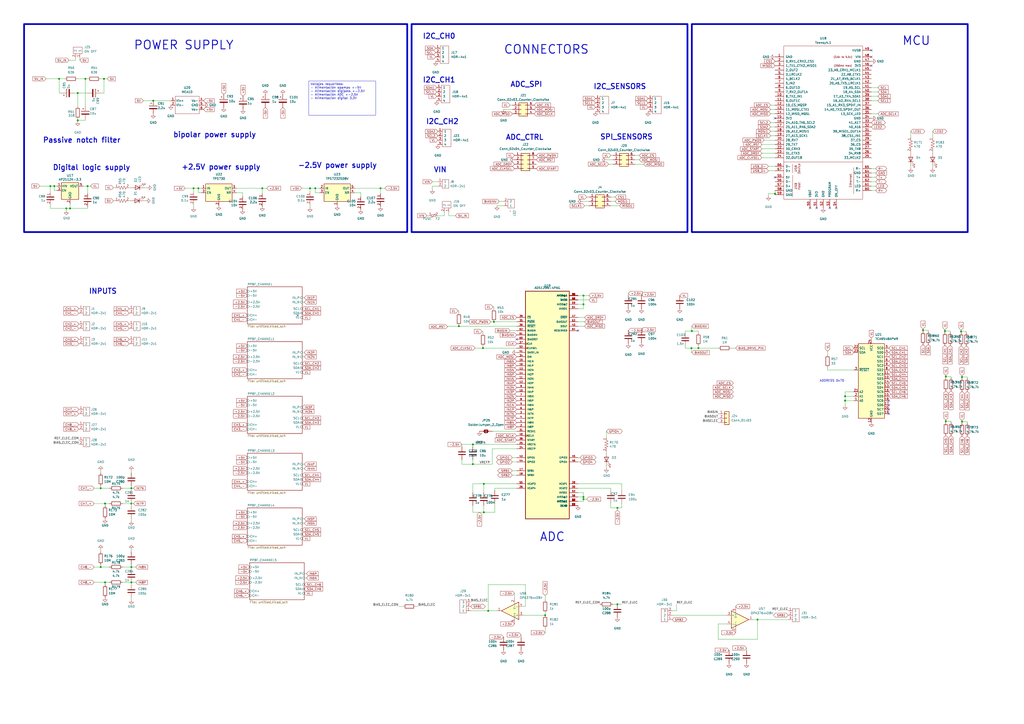
<source format=kicad_sch>
(kicad_sch (version 20231120) (generator "eeschema") (generator_version "8.0")
  (paper "A2")
  (junction (at 58.42 283.21))
  (junction (at 88.9 58.42))
  (junction (at 31.496 107.95))
  (junction (at 439.42 359.41))
  (junction (at 535.432 191.516))
  (junction (at 401.32 192.024))
  (junction (at 405.13 201.93))
  (junction (at 557.53 192.278))
  (junction (at 40.64 120.904))
  (junction (at 76.2 328.93))
  (junction (at 45.085 53.975))
  (junction (at 112.268 109.22))
  (junction (at 60.96 292.1))
  (junction (at 286.512 186.69))
  (junction (at 220.726 109.22))
  (junction (at 558.038 244.602))
  (junction (at 280.162 201.93))
  (junction (at 179.832 109.22))
  (junction (at 558.038 218.694))
  (junction (at 50.8 107.95))
  (junction (at 38.481 120.904))
  (junction (at 358.14 294.64))
  (junction (at 338.455 176.53))
  (junction (at 182.88 109.22))
  (junction (at 316.23 356.87))
  (junction (at 449.58 112.395))
  (junction (at 338.455 289.56))
  (junction (at 76.2 292.1))
  (junction (at 152.146 109.22))
  (junction (at 490.22 229.87))
  (junction (at 274.32 257.81))
  (junction (at 280.67 297.18))
  (junction (at 358.14 350.52))
  (junction (at 548.64 218.44))
  (junction (at 115.062 109.22))
  (junction (at 58.42 328.93))
  (junction (at 338.455 288.29))
  (junction (at 60.96 337.82))
  (junction (at 338.455 171.45))
  (junction (at 49.53 45.72))
  (junction (at 45.085 69.85))
  (junction (at 280.67 280.67))
  (junction (at 266.192 189.23))
  (junction (at 34.29 45.72))
  (junction (at 60.325 45.72))
  (junction (at 29.21 107.95))
  (junction (at 548.64 244.348))
  (junction (at 401.066 201.93))
  (junction (at 76.2 337.82))
  (junction (at 76.2 283.21))
  (junction (at 283.21 354.33))
  (junction (at 548.132 192.024))
  (junction (at 490.22 232.41))
  (junction (at 274.32 269.24))
  (no_connect (at 172.72 182.88))
  (no_connect (at 429.26 518.16))
  (no_connect (at 335.28 191.77))
  (no_connect (at 449.58 68.58))
  (no_connect (at 515.62 232.41))
  (no_connect (at 449.58 102.87))
  (no_connect (at 299.72 196.85))
  (no_connect (at 505.46 33.02))
  (no_connect (at 515.62 234.95))
  (no_connect (at 505.46 29.21))
  (no_connect (at 469.9 120.65))
  (no_connect (at 505.46 38.1))
  (no_connect (at 481.33 120.65))
  (no_connect (at 515.62 237.49))
  (no_connect (at 473.71 120.65))
  (no_connect (at 485.14 120.65))
  (no_connect (at 515.62 240.03))
  (wire (pts (xy 405.13 201.93) (xy 416.56 201.93)))
  (wire (pts (xy 548.132 191.262) (xy 548.132 192.024)))
  (wire (pts (xy 535.432 191.516) (xy 538.48 191.516)))
  (wire (pts (xy 297.18 265.43) (xy 299.72 265.43)))
  (wire (pts (xy 551.18 192.786) (xy 551.18 192.024)))
  (wire (pts (xy 58.42 318.77) (xy 58.42 320.04)))
  (wire (pts (xy 71.12 328.93) (xy 76.2 328.93)))
  (wire (pts (xy 78.74 328.93) (xy 76.2 328.93)))
  (wire (pts (xy 351.79 270.256) (xy 351.79 271.526)))
  (wire (pts (xy 71.12 283.21) (xy 76.2 283.21)))
  (wire (pts (xy 176.53 300.99) (xy 175.26 300.99)))
  (wire (pts (xy 274.32 257.81) (xy 274.32 259.08)))
  (wire (pts (xy 58.42 281.94) (xy 58.42 283.21)))
  (wire (pts (xy 280.162 192.278) (xy 280.162 193.294)))
  (wire (pts (xy 76.2 273.05) (xy 76.2 274.32)))
  (wire (pts (xy 45.085 61.595) (xy 45.085 53.975)))
  (wire (pts (xy 176.53 271.78) (xy 175.26 271.78)))
  (wire (pts (xy 338.455 290.83) (xy 335.28 290.83)))
  (wire (pts (xy 54.61 328.93) (xy 58.42 328.93)))
  (wire (pts (xy 335.28 283.21) (xy 354.33 283.21)))
  (wire (pts (xy 274.32 293.37) (xy 274.32 297.18)))
  (wire (pts (xy 445.77 99.06) (xy 449.58 99.06)))
  (wire (pts (xy 29.21 107.95) (xy 31.496 107.95)))
  (wire (pts (xy 370.84 92.71) (xy 368.3 92.71)))
  (wire (pts (xy 60.325 53.975) (xy 60.325 45.72)))
  (wire (pts (xy 401.32 204.47) (xy 401.066 204.47)))
  (wire (pts (xy 548.64 244.348) (xy 551.688 244.348)))
  (wire (pts (xy 358.14 294.64) (xy 358.14 295.91)))
  (wire (pts (xy 50.8 107.95) (xy 52.578 107.95)))
  (wire (pts (xy 304.8 339.09) (xy 283.21 339.09)))
  (wire (pts (xy 541.02 76.2) (xy 541.02 80.01)))
  (wire (pts (xy 360.68 294.64) (xy 360.68 292.1)))
  (wire (pts (xy 152.146 112.268) (xy 152.146 109.22)))
  (wire (pts (xy 316.23 355.6) (xy 316.23 356.87)))
  (wire (pts (xy 88.9 58.42) (xy 99.06 58.42)))
  (wire (pts (xy 43.18 53.975) (xy 45.085 53.975)))
  (wire (pts (xy 209.296 111.76) (xy 209.296 114.046)))
  (wire (pts (xy 360.68 280.67) (xy 360.68 284.48)))
  (wire (pts (xy 140.716 111.76) (xy 140.716 114.046)))
  (wire (pts (xy 231.14 351.79) (xy 233.68 351.79)))
  (wire (pts (xy 297.18 267.97) (xy 299.72 267.97)))
  (wire (pts (xy 370.84 90.17) (xy 368.3 90.17)))
  (wire (pts (xy 46.355 34.925) (xy 46.355 33.655)))
  (wire (pts (xy 439.42 359.41) (xy 436.88 359.41)))
  (wire (pts (xy 338.455 289.56) (xy 338.455 290.83)))
  (wire (pts (xy 83.566 108.839) (xy 85.344 108.839)))
  (wire (pts (xy 405.13 200.66) (xy 405.13 201.93)))
  (wire (pts (xy 490.22 227.33) (xy 490.22 229.87)))
  (wire (pts (xy 31.496 107.95) (xy 33.02 107.95)))
  (wire (pts (xy 76.2 346.71) (xy 76.2 347.98)))
  (wire (pts (xy 58.42 328.93) (xy 63.5 328.93)))
  (wire (pts (xy 548.64 218.44) (xy 551.688 218.44)))
  (wire (pts (xy 441.96 86.36) (xy 449.58 86.36)))
  (wire (pts (xy 397.51 201.93) (xy 397.51 200.66)))
  (wire (pts (xy 449.58 71.12) (xy 447.04 71.12)))
  (wire (pts (xy 356.87 116.84) (xy 354.33 116.84)))
  (wire (pts (xy 508 110.49) (xy 505.46 110.49)))
  (wire (pts (xy 34.29 45.72) (xy 37.465 45.72)))
  (wire (pts (xy 299.72 283.21) (xy 287.02 283.21)))
  (wire (pts (xy 449.58 73.66) (xy 447.04 73.66)))
  (wire (pts (xy 561.086 245.364) (xy 561.086 244.602)))
  (wire (pts (xy 397.51 192.024) (xy 401.32 192.024)))
  (wire (pts (xy 45.085 69.85) (xy 45.085 69.215)))
  (wire (pts (xy 445.77 96.52) (xy 449.58 96.52)))
  (wire (pts (xy 76.2 292.1) (xy 76.2 293.37)))
  (wire (pts (xy 548.64 243.586) (xy 548.64 244.348)))
  (wire (pts (xy 297.18 275.59) (xy 299.72 275.59)))
  (wire (pts (xy 254 125.095) (xy 257.81 125.095)))
  (wire (pts (xy 77.47 292.1) (xy 76.2 292.1)))
  (wire (pts (xy 76.2 281.94) (xy 76.2 283.21)))
  (wire (pts (xy 33.02 110.49) (xy 31.496 110.49)))
  (wire (pts (xy 29.21 118.872) (xy 29.21 120.904)))
  (wire (pts (xy 182.88 111.76) (xy 182.88 109.22)))
  (wire (pts (xy 441.96 88.9) (xy 449.58 88.9)))
  (wire (pts (xy 283.21 354.33) (xy 288.29 354.33)))
  (wire (pts (xy 364.49 170.18) (xy 364.49 171.45)))
  (wire (pts (xy 392.43 354.33) (xy 389.89 354.33)))
  (wire (pts (xy 397.51 193.04) (xy 397.51 192.024)))
  (wire (pts (xy 535.432 190.754) (xy 535.432 191.516)))
  (wire (pts (xy 336.55 265.43) (xy 335.28 265.43)))
  (wire (pts (xy 176.53 207.01) (xy 175.26 207.01)))
  (wire (pts (xy 83.312 116.459) (xy 84.582 116.459)))
  (wire (pts (xy 274.32 269.24) (xy 285.496 269.24)))
  (wire (pts (xy 480.06 214.63) (xy 495.3 214.63)))
  (wire (pts (xy 298.45 344.17) (xy 298.45 346.71)))
  (wire (pts (xy 247.65 125.095) (xy 248.92 125.095)))
  (wire (pts (xy 76.2 283.21) (xy 76.2 284.48)))
  (wire (pts (xy 490.22 232.41) (xy 490.22 235.204)))
  (wire (pts (xy 60.96 292.1) (xy 60.96 293.37)))
  (wire (pts (xy 558.038 244.602) (xy 561.086 244.602)))
  (wire (pts (xy 535.432 191.516) (xy 535.432 192.278)))
  (wire (pts (xy 71.12 337.82) (xy 76.2 337.82)))
  (wire (pts (xy 528.32 88.646) (xy 528.32 87.63)))
  (wire (pts (xy 78.74 337.82) (xy 76.2 337.82)))
  (wire (pts (xy 299.72 280.67) (xy 280.67 280.67)))
  (wire (pts (xy 372.11 171.45) (xy 372.11 170.815)))
  (wire (pts (xy 50.8 120.904) (xy 50.8 119.888)))
  (wire (pts (xy 441.96 83.82) (xy 449.58 83.82)))
  (wire (pts (xy 49.53 45.72) (xy 50.8 45.72)))
  (wire (pts (xy 179.832 120.396) (xy 179.832 118.872)))
  (wire (pts (xy 220.726 112.268) (xy 220.726 109.22)))
  (wire (pts (xy 185.42 111.76) (xy 182.88 111.76)))
  (wire (pts (xy 443.23 81.28) (xy 449.58 81.28)))
  (wire (pts (xy 49.53 69.85) (xy 49.53 69.215)))
  (wire (pts (xy 60.96 337.82) (xy 60.96 339.09)))
  (wire (pts (xy 29.21 120.904) (xy 38.481 120.904)))
  (wire (pts (xy 405.13 201.93) (xy 401.066 201.93)))
  (wire (pts (xy 257.81 125.095) (xy 257.81 123.19)))
  (wire (pts (xy 179.832 111.252) (xy 179.832 109.22)))
  (wire (pts (xy 45.085 70.485) (xy 45.085 69.85)))
  (wire (pts (xy 495.3 229.87) (xy 490.22 229.87)))
  (wire (pts (xy 302.26 369.57) (xy 302.26 368.3)))
  (wire (pts (xy 548.64 244.348) (xy 548.64 245.11)))
  (wire (pts (xy 335.28 176.53) (xy 338.455 176.53)))
  (wire (pts (xy 65.786 108.839) (xy 67.056 108.839)))
  (wire (pts (xy 335.28 171.45) (xy 338.455 171.45)))
  (wire (pts (xy 205.74 111.76) (xy 209.296 111.76)))
  (wire (pts (xy 295.91 60.96) (xy 297.18 60.96)))
  (wire (pts (xy 175.006 109.22) (xy 179.832 109.22)))
  (wire (pts (xy 426.72 201.93) (xy 424.18 201.93)))
  (wire (pts (xy 508 100.33) (xy 505.46 100.33)))
  (wire (pts (xy 34.29 53.975) (xy 34.29 45.72)))
  (wire (pts (xy 75.692 116.459) (xy 74.676 116.459)))
  (wire (pts (xy 112.268 111.252) (xy 112.268 109.22)))
  (wire (pts (xy 558.038 218.694) (xy 561.086 218.694)))
  (wire (pts (xy 280.67 297.18) (xy 274.32 297.18)))
  (wire (pts (xy 335.28 179.07) (xy 338.455 179.07)))
  (wire (pts (xy 557.53 192.278) (xy 557.53 193.04)))
  (wire (pts (xy 505.46 58.42) (xy 509.27 58.42)))
  (wire (pts (xy 449.58 112.395) (xy 449.58 113.03)))
  (wire (pts (xy 286.004 178.054) (xy 286.512 178.054)))
  (wire (pts (xy 538.48 192.278) (xy 538.48 191.516)))
  (wire (pts (xy 508 105.41) (xy 505.46 105.41)))
  (wire (pts (xy 58.42 327.66) (xy 58.42 328.93)))
  (wire (pts (xy 338.455 176.53) (xy 338.455 171.45)))
  (wire (pts (xy 280.67 293.37) (xy 280.67 297.18)))
  (wire (pts (xy 259.588 189.484) (xy 259.842 189.484)))
  (wire (pts (xy 58.42 273.05) (xy 58.42 274.32)))
  (wire (pts (xy 439.42 370.84) (xy 439.42 359.41)))
  (wire (pts (xy 416.56 370.84) (xy 439.42 370.84)))
  (wire (pts (xy 351.79 92.71) (xy 355.6 92.71)))
  (wire (pts (xy 279.654 192.278) (xy 280.162 192.278)))
  (wire (pts (xy 340.36 114.3) (xy 341.63 114.3)))
  (wire (pts (xy 265.684 180.34) (xy 266.192 180.34)))
  (wire (pts (xy 339.09 186.69) (xy 335.28 186.69)))
  (wire (pts (xy 335.28 280.67) (xy 360.68 280.67)))
  (wire (pts (xy 295.91 191.77) (xy 299.72 191.77)))
  (wire (pts (xy 548.132 192.024) (xy 548.132 192.786)))
  (wire (pts (xy 60.96 292.1) (xy 63.5 292.1)))
  (wire (pts (xy 505.46 50.8) (xy 509.27 50.8)))
  (wire (pts (xy 299.72 257.81) (xy 274.32 257.81)))
  (wire (pts (xy 274.32 269.24) (xy 274.32 266.7)))
  (wire (pts (xy 112.268 120.396) (xy 112.268 118.872)))
  (wire (pts (xy 339.09 184.15) (xy 335.28 184.15)))
  (wire (pts (xy 260.35 123.19) (xy 260.35 125.095)))
  (wire (pts (xy 29.21 107.95) (xy 29.21 111.252)))
  (wire (pts (xy 389.89 356.87) (xy 421.64 356.87)))
  (wire (pts (xy 77.47 283.21) (xy 76.2 283.21)))
  (wire (pts (xy 38.481 120.904) (xy 40.64 120.904)))
  (wire (pts (xy 392.43 350.52) (xy 392.43 354.33)))
  (wire (pts (xy 373.38 95.25) (xy 368.3 95.25)))
  (wire (pts (xy 505.46 196.088) (xy 505.46 196.85)))
  (wire (pts (xy 65.786 116.459) (xy 67.056 116.459)))
  (wire (pts (xy 541.02 96.266) (xy 541.02 97.536)))
  (wire (pts (xy 401.066 204.47) (xy 401.066 201.93)))
  (wire (pts (xy 551.688 245.11) (xy 551.688 244.348)))
  (wire (pts (xy 250.825 107.95) (xy 254 107.95)))
  (wire (pts (xy 137.16 109.22) (xy 152.146 109.22)))
  (wire (pts (xy 286.512 186.69) (xy 299.72 186.69)))
  (wire (pts (xy 439.42 359.41) (xy 457.2 359.41)))
  (wire (pts (xy 480.06 203.708) (xy 480.06 205.74)))
  (wire (pts (xy 447.04 60.96) (xy 449.58 60.96)))
  (wire (pts (xy 551.688 219.202) (xy 551.688 218.44)))
  (wire (pts (xy 43.815 34.925) (xy 43.815 33.655)))
  (wire (pts (xy 177.8 335.28) (xy 176.53 335.28)))
  (wire (pts (xy 267.97 259.08) (xy 267.97 257.81)))
  (wire (pts (xy 76.2 300.99) (xy 76.2 302.26)))
  (wire (pts (xy 447.04 76.2) (xy 449.58 76.2)))
  (wire (pts (xy 31.496 110.49) (xy 31.496 107.95)))
  (wire (pts (xy 250.825 109.855) (xy 250.825 107.95)))
  (wire (pts (xy 283.21 339.09) (xy 283.21 354.33)))
  (wire (pts (xy 303.53 356.87) (xy 316.23 356.87)))
  (wire (pts (xy 449.58 110.49) (xy 449.58 112.395)))
  (wire (pts (xy 288.29 119.38) (xy 292.1 119.38)))
  (wire (pts (xy 339.09 119.38) (xy 341.63 119.38)))
  (wire (pts (xy 354.33 283.21) (xy 354.33 284.48)))
  (wire (pts (xy 558.038 243.84) (xy 558.038 244.602)))
  (wire (pts (xy 495.3 227.33) (xy 490.22 227.33)))
  (wire (pts (xy 509.27 66.04) (xy 505.46 66.04)))
  (wire (pts (xy 76.2 337.82) (xy 76.2 339.09)))
  (wire (pts (xy 401.32 189.23) (xy 401.32 192.024)))
  (wire (pts (xy 285.496 260.35) (xy 285.496 269.24)))
  (wire (pts (xy 401.32 192.024) (xy 405.13 192.024)))
  (wire (pts (xy 335.28 288.29) (xy 338.455 288.29)))
  (wire (pts (xy 292.1 63.5) (xy 297.18 63.5)))
  (wire (pts (xy 557.53 192.278) (xy 560.578 192.278)))
  (wire (pts (xy 48.26 107.95) (xy 50.8 107.95)))
  (wire (pts (xy 76.2 318.77) (xy 76.2 320.04)))
  (wire (pts (xy 182.88 109.22) (xy 185.42 109.22)))
  (wire (pts (xy 40.64 120.904) (xy 50.8 120.904)))
  (wire (pts (xy 335.28 285.75) (xy 338.455 285.75)))
  (wire (pts (xy 548.64 218.44) (xy 548.64 219.202)))
  (wire (pts (xy 45.085 69.85) (xy 49.53 69.85)))
  (wire (pts (xy 447.04 78.74) (xy 449.58 78.74)))
  (wire (pts (xy 49.53 61.595) (xy 49.53 45.72)))
  (wire (pts (xy 339.09 189.23) (xy 335.28 189.23)))
  (wire (pts (xy 267.97 269.24) (xy 274.32 269.24)))
  (wire (pts (xy 60.325 45.72) (xy 62.23 45.72)))
  (wire (pts (xy 177.8 332.74) (xy 176.53 332.74)))
  (wire (pts (xy 335.28 173.99) (xy 341.63 173.99)))
  (wire (pts (xy 421.64 361.95) (xy 416.56 361.95)))
  (wire (pts (xy 445.77 112.395) (xy 449.58 112.395)))
  (wire (pts (xy 353.06 95.25) (xy 355.6 95.25)))
  (wire (pts (xy 508 107.95) (xy 505.46 107.95)))
  (wire (pts (xy 266.192 189.23) (xy 299.72 189.23)))
  (wire (pts (xy 76.2 328.93) (xy 76.2 330.2)))
  (wire (pts (xy 303.53 351.79) (xy 304.8 351.79)))
  (wire (pts (xy 480.06 213.36) (xy 480.06 214.63)))
  (wire (pts (xy 490.22 229.87) (xy 490.22 232.41)))
  (wire (pts (xy 316.23 345.44) (xy 316.23 347.98)))
  (wire (pts (xy 558.038 218.694) (xy 558.038 219.456)))
  (wire (pts (xy 560.578 193.04) (xy 560.578 192.278)))
  (wire (pts (xy 264.16 125.095) (xy 260.35 125.095)))
  (wire (pts (xy 267.97 257.81) (xy 274.32 257.81)))
  (wire (pts (xy 273.05 354.33) (xy 283.21 354.33)))
  (wire (pts (xy 405.13 192.024) (xy 405.13 193.04)))
  (wire (pts (xy 176.53 204.47) (xy 175.26 204.47)))
  (wire (pts (xy 287.02 283.21) (xy 287.02 284.48)))
  (wire (pts (xy 54.61 292.1) (xy 60.96 292.1)))
  (wire (pts (xy 220.726 109.22) (xy 223.266 109.22)))
  (wire (pts (xy 541.02 88.646) (xy 541.02 87.63)))
  (wire (pts (xy 274.32 285.75) (xy 274.32 280.67)))
  (wire (pts (xy 356.87 114.3) (xy 354.33 114.3)))
  (wire (pts (xy 259.842 189.484) (xy 259.842 189.23)))
  (wire (pts (xy 266.192 180.34) (xy 266.192 181.356)))
  (wire (pts (xy 558.038 217.932) (xy 558.038 218.694)))
  (wire (pts (xy 447.04 66.04) (xy 449.58 66.04)))
  (wire (pts (xy 505.46 53.34) (xy 509.27 53.34)))
  (wire (pts (xy 284.734 186.69) (xy 286.512 186.69)))
  (wire (pts (xy 505.46 55.88) (xy 509.27 55.88)))
  (wire (pts (xy 179.832 109.22) (xy 182.88 109.22)))
  (wire (pts (xy 58.42 283.21) (xy 63.5 283.21)))
  (wire (pts (xy 152.146 109.22) (xy 154.686 109.22)))
  (wire (pts (xy 351.79 250.19) (xy 351.79 254)))
  (wire (pts (xy 508 102.87) (xy 505.46 102.87)))
  (wire (pts (xy 304.8 351.79) (xy 304.8 339.09)))
  (wire (pts (xy 354.33 292.1) (xy 354.33 294.64)))
  (wire (pts (xy 176.53 269.24) (xy 175.26 269.24)))
  (wire (pts (xy 116.84 111.76) (xy 115.062 111.76)))
  (wire (pts (xy 75.946 108.839) (xy 74.676 108.839)))
  (wire (pts (xy 54.61 283.21) (xy 58.42 283.21)))
  (wire (pts (xy 50.8 107.95) (xy 50.8 112.268)))
  (wire (pts (xy 558.038 244.602) (xy 558.038 245.364)))
  (wire (pts (xy 40.005 34.925) (xy 43.815 34.925)))
  (wire (pts (xy 285.75 250.19) (xy 299.72 250.19)))
  (wire (pts (xy 280.162 200.914) (xy 280.162 201.93)))
  (wire (pts (xy 176.53 172.72) (xy 175.26 172.72)))
  (wire (pts (xy 26.67 45.72) (xy 34.29 45.72)))
  (wire (pts (xy 447.04 63.5) (xy 449.58 63.5)))
  (wire (pts (xy 137.16 111.76) (xy 140.716 111.76)))
  (wire (pts (xy 508 97.79) (xy 505.46 97.79)))
  (wire (pts (xy 280.67 280.67) (xy 280.67 285.75)))
  (wire (pts (xy 338.455 289.56) (xy 340.36 289.56)))
  (wire (pts (xy 338.455 179.07) (xy 338.455 176.53)))
  (wire (pts (xy 23.114 107.95) (xy 29.21 107.95)))
  (wire (pts (xy 267.97 266.7) (xy 267.97 269.24)))
  (wire (pts (xy 351.79 262.636) (xy 351.79 261.62)))
  (wire (pts (xy 441.96 91.44) (xy 449.58 91.44)))
  (wire (pts (xy 40.64 118.11) (xy 40.64 120.904)))
  (wire (pts (xy 358.14 350.52) (xy 360.68 350.52)))
  (wire (pts (xy 38.481 122.174) (xy 38.481 120.904)))
  (wire (pts (xy 354.33 90.17) (xy 355.6 90.17)))
  (wire (pts (xy 297.18 273.05) (xy 299.72 273.05)))
  (wire (pts (xy 287.02 297.18) (xy 280.67 297.18)))
  (wire (pts (xy 242.57 351.79) (xy 241.3 351.79)))
  (wire (pts (xy 337.82 116.84) (xy 341.63 116.84)))
  (wire (pts (xy 445.77 113.665) (xy 445.77 112.395)))
  (wire (pts (xy 274.32 280.67) (xy 280.67 280.67)))
  (wire (pts (xy 287.02 292.1) (xy 287.02 297.18)))
  (wire (pts (xy 359.41 119.38) (xy 354.33 119.38)))
  (wire (pts (xy 299.72 260.35) (xy 285.496 260.35)))
  (wire (pts (xy 528.32 96.266) (xy 528.32 97.536)))
  (wire (pts (xy 416.56 361.95) (xy 416.56 370.84)))
  (wire (pts (xy 259.842 189.23) (xy 266.192 189.23)))
  (wire (pts (xy 176.53 175.26) (xy 175.26 175.26)))
  (wire (pts (xy 548.132 192.024) (xy 551.18 192.024)))
  (wire (pts (xy 176.53 303.53) (xy 175.26 303.53)))
  (wire (pts (xy 338.455 288.29) (xy 338.455 289.56)))
  (wire (pts (xy 354.33 294.64) (xy 358.14 294.64)))
  (wire (pts (xy 358.14 294.64) (xy 360.68 294.64)))
  (wire (pts (xy 275.59 201.93) (xy 280.162 201.93)))
  (wire (pts (xy 316.23 364.49) (xy 316.23 367.03)))
  (wire (pts (xy 45.085 53.975) (xy 50.8 53.975)))
  (wire (pts (xy 115.062 111.76) (xy 115.062 109.22)))
  (wire (pts (xy 35.56 53.975) (xy 34.29 53.975)))
  (wire (pts (xy 355.6 350.52) (xy 358.14 350.52)))
  (wire (pts (xy 561.086 219.456) (xy 561.086 218.694)))
  (wire (pts (xy 205.74 109.22) (xy 220.726 109.22)))
  (wire (pts (xy 286.512 178.054) (xy 286.512 179.07)))
  (wire (pts (xy 280.162 201.93) (xy 299.72 201.93)))
  (wire (pts (xy 250.825 105.41) (xy 254 105.41)))
  (wire (pts (xy 49.53 45.72) (xy 45.085 45.72)))
  (wire (pts (xy 289.56 116.84) (xy 292.1 116.84)))
  (wire (pts (xy 83.185 58.42) (xy 88.9 58.42)))
  (wire (pts (xy 107.442 109.22) (xy 112.268 109.22)))
  (wire (pts (xy 338.455 285.75) (xy 338.455 288.29)))
  (wire (pts (xy 71.12 292.1) (xy 76.2 292.1)))
  (wire (pts (xy 60.96 337.82) (xy 63.5 337.82)))
  (wire (pts (xy 548.64 217.678) (xy 548.64 218.44)))
  (wire (pts (xy 490.22 232.41) (xy 495.3 232.41)))
  (wire (pts (xy 112.268 109.22) (xy 115.062 109.22)))
  (wire (pts (xy 115.062 109.22) (xy 116.84 109.22)))
  (wire (pts (xy 557.53 191.516) (xy 557.53 192.278)))
  (wire (pts (xy 401.066 201.93) (xy 397.51 201.93)))
  (wire (pts (xy 336.55 267.97) (xy 335.28 267.97)))
  (wire (pts (xy 54.61 337.82) (xy 60.96 337.82)))
  (wire (pts (xy 433.07 377.19) (xy 433.07 375.92)))
  (wire (pts (xy 338.455 171.45) (xy 341.63 171.45)))
  (wire (pts (xy 266.192 188.976) (xy 266.192 189.23)))
  (wire (pts (xy 528.32 76.2) (xy 528.32 80.01)))
  (wire (pts (xy 58.42 53.975) (xy 60.325 53.975)))
  (wire (pts (xy 76.2 327.66) (xy 76.2 328.93)))
  (wire (pts (xy 58.42 45.72) (xy 60.325 45.72)))
  (rectangle (start 238.76 13.97) (end 398.78 134.62) (stroke (width 1)))
  (rectangle (start 401.32 13.97) (end 561.34 134.62) (stroke (width 1)))
  (rectangle (start 13.97 13.97) (end 236.22 134.62) (stroke (width 1)))
  (text_box "Voltajes requeridos:\n- Alimentación opamps +-5V\n- Alimentación digipots +-2.5V\n- Alimentación ADC +-2.5V\n- Alimentación digital 3.3V" (at 179.07 46.99 0) (size 38.862 19.812) (effects (font (size 1.27 1.27)) (justify left top)))
  (text "Digital logic supply" (at 30.48 99.06 0) (effects (font (size 3 3) (thickness 0.5) (bold yes)) (justify left bottom)))
  (text "ADC" (at 312.928 314.452 0) (effects (font (size 5 5) (thickness 0.5) (bold yes)) (justify left bottom)))
  (text "MCU" (at 523.24 26.67 0) (effects (font (size 5 5) (thickness 0.5) (bold yes)) (justify left bottom)))
  (text "I2C_CH2" (at 247.015 72.39 0) (effects (font (size 3 3) (thickness 0.5) (bold yes)) (justify left bottom)))
  (text "-2.5V power supply" (at 172.72 97.79 0) (effects (font (size 3 3) (thickness 0.5) (bold yes)) (justify left bottom)))
  (text "ADDRESS 0x70" (at 482.6 220.98 0) (effects (font (size 1.27 1.27))))
  (text "SPI_SENSORS" (at 347.98 81.28 0) (effects (font (size 3 3) (thickness 0.5) (bold yes)) (justify left bottom)))
  (text "CONNECTORS" (at 292.1 31.75 0) (effects (font (size 5 5) (thickness 0.5) (bold yes)) (justify left bottom)))
  (text "POWER SUPPLY" (at 77.47 29.21 0) (effects (font (size 5 5) (thickness 0.5) (bold yes)) (justify left bottom)))
  (text "bipolar power supply" (at 100.33 80.01 0) (effects (font (size 3 3) (thickness 0.5) (bold yes)) (justify left bottom)))
  (text "Lista de pines necesarios\n-------------------------\nADC_START   MICRO-OUTPUT\nADC_DRDY    MICRO-INPUT\nADC_CLKSEL  MICRO-OUTPUT\nADC_RST 	MICRO-OUTPUT\nADC_MOSI\nADC_MISO\nADC_SCK\nADC_CS\n------------------------\nADC_PWDN    MICRO-OUTPUT\n\n" (at 384.81 486.41 0) (effects (font (size 5.08 5.08)) (justify left)))
  (text "I2C_CH1" (at 245.11 48.26 0) (effects (font (size 3 3) (thickness 0.5) (bold yes)) (justify left bottom)))
  (text "Passive notch filter" (at 24.765 83.185 0) (effects (font (size 3 3) (thickness 0.5) (bold yes)) (justify left bottom)))
  (text "+2.5V power supply" (at 105.156 98.806 0) (effects (font (size 3 3) (thickness 0.5) (bold yes)) (justify left bottom)))
  (text "ADC_SPI" (at 295.91 50.8 0) (effects (font (size 3 3) (thickness 0.5) (bold yes)) (justify left bottom)))
  (text "VIN" (at 251.46 100.33 0) (effects (font (size 3 3) (thickness 0.5) (bold yes)) (justify left bottom)))
  (text "I2C_CH0" (at 245.11 22.86 0) (effects (font (size 3 3) (thickness 0.5) (bold yes)) (justify left bottom)))
  (text "INPUTS" (at 51.435 170.815 0) (effects (font (size 3 3) (thickness 0.5) (bold yes)) (justify left bottom)))
  (text "ADC_CTRL" (at 293.243 81.534 0) (effects (font (size 3 3) (thickness 0.5) (bold yes)) (justify left bottom)))
  (text "I2C_SENSORS" (at 344.17 52.07 0) (effects (font (size 3 3) (thickness 0.5) (bold yes)) (justify left bottom)))
  (label "BIASOUT" (at 416.56 242.57 180))
  (label "REF_ELEC_COM" (at 45.72 255.27 180))
  (label "REF_ELEC" (at 457.2 354.33 180))
  (label "REF_ELEC_COM" (at 347.98 350.52 180))
  (label "BIASELEC" (at 416.56 245.11 180))
  (label "BIAS_ELEC_CON" (at 45.72 257.81 180))
  (label "REF_ELEC" (at 360.68 350.52 0))
  (label "VREFP" (at 278.13 269.24 0))
  (label "BIASIN" (at 416.56 240.03 180))
  (label "VREFN" (at 275.59 257.81 0))
  (label "REF_ELEC" (at 392.43 350.52 0))
  (label "BIAS_ELEC" (at 273.05 349.25 0))
  (label "BIAS_ELEC" (at 242.57 351.79 0))
  (label "BIAS_ELEC_CON" (at 231.14 351.79 180))
  (global_label "BIASOUT" (shape input) (at 401.32 204.47 0) (property "Intersheetrefs" "${INTERSHEET_REFS}" (effects (hide yes))))
  (global_label "IN3N" (shape input) (at 299.72 224.79 180) (property "Intersheetrefs" "${INTERSHEET_REFS}" (effects (hide yes))))
  (global_label "IN7N" (shape input) (at 299.72 240.03 180) (property "Intersheetrefs" "${INTERSHEET_REFS}" (effects (hide yes))))
  (global_label "VL" (shape input) (at 535.432 190.754 90) (property "Intersheetrefs" "${INTERSHEET_REFS}" (effects (hide yes))))
  (global_label "-2.5V" (shape input) (at 143.51 241.3 180) (property "Intersheetrefs" "${INTERSHEET_REFS}" (effects (hide yes))))
  (global_label "CH4_+" (shape input) (at 143.51 279.4 180) (property "Intersheetrefs" "${INTERSHEET_REFS}" (effects (hide yes))))
  (global_label "CH1_-" (shape input) (at 143.51 185.42 180) (property "Intersheetrefs" "${INTERSHEET_REFS}" (effects (hide yes))))
  (global_label "VL" (shape input) (at 265.684 180.34 180) (property "Intersheetrefs" "${INTERSHEET_REFS}" (effects (hide yes))))
  (global_label "VL" (shape input) (at 548.64 243.586 90) (property "Intersheetrefs" "${INTERSHEET_REFS}" (effects (hide yes))))
  (global_label "USB_D-" (shape input) (at 445.77 96.52 180) (property "Intersheetrefs" "${INTERSHEET_REFS}" (effects (hide yes))))
  (global_label "IN1N" (shape input) (at 299.72 234.95 180) (property "Intersheetrefs" "${INTERSHEET_REFS}" (effects (hide yes))))
  (global_label "IN2P" (shape input) (at 299.72 232.41 180) (property "Intersheetrefs" "${INTERSHEET_REFS}" (effects (hide yes))))
  (global_label "SCL_CH6" (shape input) (at 558.038 252.984 270) (property "Intersheetrefs" "${INTERSHEET_REFS}" (effects (hide yes))))
  (global_label "VL" (shape input) (at 298.45 90.17 180) (property "Intersheetrefs" "${INTERSHEET_REFS}" (effects (hide yes))))
  (global_label "VL" (shape input) (at 65.786 108.839 180) (property "Intersheetrefs" "${INTERSHEET_REFS}" (effects (hide yes))))
  (global_label "CS1" (shape input) (at 449.58 35.56 180) (property "Intersheetrefs" "${INTERSHEET_REFS}" (effects (hide yes))))
  (global_label "+2.5V" (shape input) (at 302.26 368.3 180) (property "Intersheetrefs" "${INTERSHEET_REFS}" (effects (hide yes))))
  (global_label "VL" (shape input) (at 175.26 215.9 0) (property "Intersheetrefs" "${INTERSHEET_REFS}" (effects (hide yes))))
  (global_label "SDA" (shape input) (at 509.27 53.34 0) (property "Intersheetrefs" "${INTERSHEET_REFS}" (effects (hide yes))))
  (global_label "SDA1" (shape input) (at 345.44 57.15 180) (property "Intersheetrefs" "${INTERSHEET_REFS}" (effects (hide yes))))
  (global_label "-5V" (shape input) (at 143.51 203.2 180) (property "Intersheetrefs" "${INTERSHEET_REFS}" (effects (hide yes))))
  (global_label "LED" (shape bidirectional) (at 508 107.95 0) (property "Intersheetrefs" "${INTERSHEET_REFS}" (effects (hide yes))))
  (global_label "+5V" (shape input) (at 143.51 265.43 180) (property "Intersheetrefs" "${INTERSHEET_REFS}" (effects (hide yes))))
  (global_label "MOSI1" (shape input) (at 356.87 116.84 0) (property "Intersheetrefs" "${INTERSHEET_REFS}" (effects (hide yes))))
  (global_label "ADC_SCLK" (shape input) (at 425.45 224.79 180) (property "Intersheetrefs" "${INTERSHEET_REFS}" (effects (hide yes))))
  (global_label "VL" (shape input) (at 548.132 191.262 90) (property "Intersheetrefs" "${INTERSHEET_REFS}" (effects (hide yes))))
  (global_label "IN1P" (shape input) (at 299.72 237.49 180) (property "Intersheetrefs" "${INTERSHEET_REFS}" (effects (hide yes))))
  (global_label "SDA_CH4" (shape input) (at 515.62 219.71 0) (property "Intersheetrefs" "${INTERSHEET_REFS}" (effects (hide yes))))
  (global_label "CS1" (shape input) (at 356.87 114.3 0) (property "Intersheetrefs" "${INTERSHEET_REFS}" (effects (hide yes))))
  (global_label "LED2" (shape bidirectional) (at 541.02 76.2 0) (property "Intersheetrefs" "${INTERSHEET_REFS}" (effects (hide yes))))
  (global_label "IN3N" (shape input) (at 175.26 238.76 0) (property "Intersheetrefs" "${INTERSHEET_REFS}" (effects (hide yes))))
  (global_label "ADC_PWDN" (shape input) (at 311.15 90.17 0) (property "Intersheetrefs" "${INTERSHEET_REFS}" (effects (hide yes))))
  (global_label "+2.5V" (shape input) (at 364.49 170.18 0) (property "Intersheetrefs" "${INTERSHEET_REFS}" (effects (hide yes))))
  (global_label "ADC_DRDY" (shape input) (at 298.45 95.25 180) (property "Intersheetrefs" "${INTERSHEET_REFS}" (effects (hide yes))))
  (global_label "+2.5V" (shape input) (at 341.63 171.45 0) (property "Intersheetrefs" "${INTERSHEET_REFS}" (effects (hide yes))))
  (global_label "VL" (shape input) (at 340.36 114.3 180) (property "Intersheetrefs" "${INTERSHEET_REFS}" (effects (hide yes))))
  (global_label "CH4_+" (shape input) (at 74.93 179.07 180) (property "Intersheetrefs" "${INTERSHEET_REFS}" (effects (hide yes))))
  (global_label "CH7_-" (shape input) (at 54.61 283.21 180) (property "Intersheetrefs" "${INTERSHEET_REFS}" (effects (hide yes))))
  (global_label "-5V" (shape input) (at 143.51 267.97 180) (property "Intersheetrefs" "${INTERSHEET_REFS}" (effects (hide yes))))
  (global_label "CH3_+" (shape input) (at 143.51 246.38 180) (property "Intersheetrefs" "${INTERSHEET_REFS}" (effects (hide yes))))
  (global_label "SCL1" (shape input) (at 253.365 53.34 180) (property "Intersheetrefs" "${INTERSHEET_REFS}" (effects (hide yes))))
  (global_label "-2.5V" (shape input) (at 223.266 109.22 0) (property "Intersheetrefs" "${INTERSHEET_REFS}" (effects (hide yes))))
  (global_label "+2.5V" (shape input) (at 143.51 271.78 180) (property "Intersheetrefs" "${INTERSHEET_REFS}" (effects (hide yes))))
  (global_label "+2.5V" (shape input) (at 144.78 335.28 180) (property "Intersheetrefs" "${INTERSHEET_REFS}" (effects (hide yes))))
  (global_label "IN3P" (shape input) (at 175.26 236.22 0) (property "Intersheetrefs" "${INTERSHEET_REFS}" (effects (hide yes))))
  (global_label "+2.5V" (shape input) (at 316.23 367.03 180) (property "Intersheetrefs" "${INTERSHEET_REFS}" (effects (hide yes))))
  (global_label "VL" (shape input) (at 354.33 90.17 180) (property "Intersheetrefs" "${INTERSHEET_REFS}" (effects (hide yes))))
  (global_label "IN2P" (shape input) (at 176.53 204.47 0) (property "Intersheetrefs" "${INTERSHEET_REFS}" (effects (hide yes))))
  (global_label "VL" (shape input) (at 375.92 62.23 180) (property "Intersheetrefs" "${INTERSHEET_REFS}" (effects (hide yes))))
  (global_label "MOSI1" (shape input) (at 447.04 76.2 180) (property "Intersheetrefs" "${INTERSHEET_REFS}" (effects (hide yes))))
  (global_label "SCL_CH4" (shape input) (at 175.26 275.59 0) (property "Intersheetrefs" "${INTERSHEET_REFS}" (effects (hide yes))))
  (global_label "SCL" (shape input) (at 509.27 50.8 0) (property "Intersheetrefs" "${INTERSHEET_REFS}" (effects (hide yes))))
  (global_label "SCL_CH6" (shape input) (at 176.53 339.09 0) (property "Intersheetrefs" "${INTERSHEET_REFS}" (effects (hide yes))))
  (global_label "BIAS_DRIVE_PIN" (shape input) (at 426.72 201.93 0) (property "Intersheetrefs" "${INTERSHEET_REFS}" (effects (hide yes))))
  (global_label "SCL_CH1" (shape input) (at 175.26 179.07 0) (property "Intersheetrefs" "${INTERSHEET_REFS}" (effects (hide yes))))
  (global_label "CH8_-" (shape input) (at 45.72 246.38 180) (property "Intersheetrefs" "${INTERSHEET_REFS}" (effects (hide yes))))
  (global_label "BIASINV" (shape input) (at 299.72 194.31 180) (property "Intersheetrefs" "${INTERSHEET_REFS}" (effects (hide yes))))
  (global_label "+2.5V" (shape input) (at 143.51 175.26 180) (property "Intersheetrefs" "${INTERSHEET_REFS}" (effects (hide yes))))
  (global_label "CH7_+" (shape input) (at 45.72 240.03 180) (property "Intersheetrefs" "${INTERSHEET_REFS}" (effects (hide yes))))
  (global_label "IN3P" (shape input) (at 299.72 227.33 180) (property "Intersheetrefs" "${INTERSHEET_REFS}" (effects (hide yes))))
  (global_label "CLK" (shape input) (at 299.72 199.39 180) (property "Intersheetrefs" "${INTERSHEET_REFS}" (effects (hide yes))))
  (global_label "+5V" (shape input) (at 143.51 168.91 180) (property "Intersheetrefs" "${INTERSHEET_REFS}" (effects (hide yes))))
  (global_label "ADC_DRDY" (shape input) (at 339.09 184.15 0) (property "Intersheetrefs" "${INTERSHEET_REFS}" (effects (hide yes))))
  (global_label "SRB2" (shape bidirectional) (at 297.18 275.59 180) (property "Intersheetrefs" "${INTERSHEET_REFS}" (effects (hide yes))))
  (global_label "CH3_-" (shape input) (at 45.72 199.39 180) (property "Intersheetrefs" "${INTERSHEET_REFS}" (effects (hide yes))))
  (global_label "SCL_CH3" (shape input) (at 515.62 212.09 0) (property "Intersheetrefs" "${INTERSHEET_REFS}" (effects (hide yes))))
  (global_label "CH3_-" (shape input) (at 143.51 248.92 180) (property "Intersheetrefs" "${INTERSHEET_REFS}" (effects (hide yes))))
  (global_label "VL" (shape input) (at 394.335 171.45 0) (property "Intersheetrefs" "${INTERSHEET_REFS}" (effects (hide yes))))
  (global_label "ADC_MOSI" (shape input) (at 425.45 227.33 180) (property "Intersheetrefs" "${INTERSHEET_REFS}" (effects (hide yes))))
  (global_label "VL" (shape input) (at 279.654 192.278 180) (property "Intersheetrefs" "${INTERSHEET_REFS}" (effects (hide yes))))
  (global_label "+2.5V" (shape input) (at 143.51 303.53 180) (property "Intersheetrefs" "${INTERSHEET_REFS}" (effects (hide yes))))
  (global_label "VL" (shape input) (at 175.26 312.42 0) (property "Intersheetrefs" "${INTERSHEET_REFS}" (effects (hide yes))))
  (global_label "LED1" (shape bidirectional) (at 528.32 76.2 0) (property "Intersheetrefs" "${INTERSHEET_REFS}" (effects (hide yes))))
  (global_label "VL" (shape input) (at 52.578 107.95 0) (property "Intersheetrefs" "${INTERSHEET_REFS}" (effects (hide yes))))
  (global_label "VL" (shape input) (at 286.004 178.054 180) (property "Intersheetrefs" "${INTERSHEET_REFS}" (effects (hide yes))))
  (global_label "+2.5V" (shape input) (at 143.51 238.76 180) (property "Intersheetrefs" "${INTERSHEET_REFS}" (effects (hide yes))))
  (global_label "VL" (shape input) (at 254 81.28 180) (property "Intersheetrefs" "${INTERSHEET_REFS}" (effects (hide yes))))
  (global_label "ADC_CS" (shape input) (at 425.45 222.25 180) (property "Intersheetrefs" "${INTERSHEET_REFS}" (effects (hide yes))))
  (global_label "BIASIN" (shape input) (at 295.91 191.77 180) (property "Intersheetrefs" "${INTERSHEET_REFS}" (effects (hide yes))))
  (global_label "VL" (shape input) (at 175.26 247.65 0) (property "Intersheetrefs" "${INTERSHEET_REFS}" (effects (hide yes))))
  (global_label "-5V" (shape input) (at 143.51 171.45 180) (property "Intersheetrefs" "${INTERSHEET_REFS}" (effects (hide yes))))
  (global_label "CH5_+" (shape input) (at 74.93 187.96 180) (property "Intersheetrefs" "${INTERSHEET_REFS}" (effects (hide yes))))
  (global_label "VL" (shape input) (at 480.06 203.708 90) (property "Intersheetrefs" "${INTERSHEET_REFS}" (effects (hide yes))))
  (global_label "VL" (shape input) (at 557.53 191.516 90) (property "Intersheetrefs" "${INTERSHEET_REFS}" (effects (hide yes))))
  (global_label "MISO1" (shape input) (at 359.41 119.38 0) (property "Intersheetrefs" "${INTERSHEET_REFS}" (effects (hide yes))))
  (global_label "SCL2" (shape input) (at 254 78.74 180) (property "Intersheetrefs" "${INTERSHEET_REFS}" (effects (hide yes))))
  (global_label "BIASOUT" (shape input) (at 339.09 186.69 0) (property "Intersheetrefs" "${INTERSHEET_REFS}" (effects (hide yes))))
  (global_label "+5V" (shape input) (at 129.794 54.737 90) (property "Intersheetrefs" "${INTERSHEET_REFS}" (effects (hide yes))))
  (global_label "5V" (shape input) (at 65.786 116.459 180) (property "Intersheetrefs" "${INTERSHEET_REFS}" (effects (hide yes))))
  (global_label "VIN" (shape input) (at 247.65 125.095 180) (property "Intersheetrefs" "${INTERSHEET_REFS}" (effects (hide yes))))
  (global_label "-2.5V" (shape input) (at 143.51 274.32 180) (property "Intersheetrefs" "${INTERSHEET_REFS}" (effects (hide yes))))
  (global_label "ADC_MOSI" (shape input) (at 309.88 63.5 0) (property "Intersheetrefs" "${INTERSHEET_REFS}" (effects (hide yes))))
  (global_label "+2.5V" (shape input) (at 372.11 170.815 0) (property "Intersheetrefs" "${INTERSHEET_REFS}" (effects (hide yes))))
  (global_label "T+" (shape bidirectional) (at 508 102.87 0) (property "Intersheetrefs" "${INTERSHEET_REFS}" (effects (hide yes))))
  (global_label "-2.5V" (shape input) (at 372.11 191.262 0) (property "Intersheetrefs" "${INTERSHEET_REFS}" (effects (hide yes))))
  (global_label "+2.5V" (shape input) (at 143.51 207.01 180) (property "Intersheetrefs" "${INTERSHEET_REFS}" (effects (hide yes))))
  (global_label "SDA1" (shape input) (at 375.92 57.15 180) (property "Intersheetrefs" "${INTERSHEET_REFS}" (effects (hide yes))))
  (global_label "CH7_+" (shape input) (at 54.61 292.1 180) (property "Intersheetrefs" "${INTERSHEET_REFS}" (effects (hide yes))))
  (global_label "CH2_+" (shape input) (at 143.51 214.63 180) (property "Intersheetrefs" "${INTERSHEET_REFS}" (effects (hide yes))))
  (global_label "VL" (shape input) (at 295.91 60.96 180) (property "Intersheetrefs" "${INTERSHEET_REFS}" (effects (hide yes))))
  (global_label "CH2_+" (shape input) (at 45.72 187.96 180) (property "Intersheetrefs" "${INTERSHEET_REFS}" (effects (hide yes))))
  (global_label "IN2N" (shape input) (at 299.72 229.87 180) (property "Intersheetrefs" "${INTERSHEET_REFS}" (effects (hide yes))))
  (global_label "ADC_START" (shape input) (at 299.72 255.27 180) (property "Intersheetrefs" "${INTERSHEET_REFS}" (effects (hide yes))))
  (global_label "IN1P" (shape input) (at 176.53 172.72 0) (property "Intersheetrefs" "${INTERSHEET_REFS}" (effects (hide yes))))
  (global_label "SCLK1" (shape input) (at 339.09 119.38 180) (property "Intersheetrefs" "${INTERSHEET_REFS}" (effects (hide yes))))
  (global_label "ADC_CLKSEL" (shape input) (at 275.59 201.93 180) (property "Intersheetrefs" "${INTERSHEET_REFS}" (effects (hide yes))))
  (global_label "SCL_CH2" (shape input) (at 557.53 200.66 270) (property "Intersheetrefs" "${INTERSHEET_REFS}" (effects (hide yes))))
  (global_label "+5V" (shape input) (at 143.51 232.41 180) (property "Intersheetrefs" "${INTERSHEET_REFS}" (effects (hide yes))))
  (global_label "SRB2" (shape bidirectional) (at 389.89 359.41 0) (property "Intersheetrefs" "${INTERSHEET_REFS}" (effects (hide yes))))
  (global_label "VL" (shape input) (at 252.73 33.02 180) (property "Intersheetrefs" "${INTERSHEET_REFS}" (effects (hide yes))))
  (global_label "SDA_CH2" (shape input) (at 515.62 209.55 0) (property "Intersheetrefs" "${INTERSHEET_REFS}" (effects (hide yes))))
  (global_label "R+" (shape bidirectional) (at 508 110.49 0) (property "Intersheetrefs" "${INTERSHEET_REFS}" (effects (hide yes))))
  (global_label "SCL2" (shape input) (at 447.04 71.12 180) (property "Intersheetrefs" "${INTERSHEET_REFS}" (effects (hide yes))))
  (global_label "SCL1" (shape input) (at 509.27 58.42 0) (property "Intersheetrefs" "${INTERSHEET_REFS}" (effects (hide yes))))
  (global_label "SDA_CH1" (shape input) (at 175.26 181.61 0) (property "Intersheetrefs" "${INTERSHEET_REFS}" (effects (hide yes))))
  (global_label "SCL_CH1" (shape input) (at 515.62 201.93 0) (property "Intersheetrefs" "${INTERSHEET_REFS}" (effects (hide yes))))
  (global_label "ADC_MISO" (shape input) (at 425.45 229.87 180) (property "Intersheetrefs" "${INTERSHEET_REFS}" (effects (hide yes))))
  (global_label "ADC_CLKSEL" (shape input) (at 441.96 91.44 180) (property "Intersheetrefs" "${INTERSHEET_REFS}" (effects (hide yes))))
  (global_label "SDA_CH4" (shape input) (at 175.26 278.13 0) (property "Intersheetrefs" "${INTERSHEET_REFS}" (effects (hide yes))))
  (global_label "5V" (shape input) (at 83.185 58.42 180) (property "Intersheetrefs" "${INTERSHEET_REFS}" (effects (hide yes))))
  (global_label "CH2_-" (shape input) (at 143.51 217.17 180) (property "Intersheetrefs" "${INTERSHEET_REFS}" (effects (hide yes))))
  (global_label "SDA_CH3" (shape input) (at 515.62 214.63 0) (property "Intersheetrefs" "${INTERSHEET_REFS}" (effects (hide yes))))
  (global_label "IN5N" (shape input) (at 176.53 303.53 0) (property "Intersheetrefs" "${INTERSHEET_REFS}" (effects (hide yes))))
  (global_label "SDA_CH5" (shape input) (at 551.688 252.73 270) (property "Intersheetrefs" "${INTERSHEET_REFS}" (effects (hide yes))))
  (global_label "ADC_CLKSEL" (shape input) (at 298.45 97.79 180) (property "Intersheetrefs" "${INTERSHEET_REFS}" (effects (hide yes))))
  (global_label "SCL" (shape input) (at 535.432 199.898 270) (property "Intersheetrefs" "${INTERSHEET_REFS}" (effects (hide yes))))
  (global_label "+2.5V" (shape input) (at 426.72 351.79 0) (property "Intersheetrefs" "${INTERSHEET_REFS}" (effects (hide yes))))
  (global_label "IN4P" (shape input) (at 299.72 222.25 180) (property "Intersheetrefs" "${INTERSHEET_REFS}" (effects (hide yes))))
  (global_label "ADC_PWDN" (shape input) (at 443.23 81.28 180) (property "Intersheetrefs" "${INTERSHEET_REFS}" (effects (hide yes))))
  (global_label "IN5P" (shape input) (at 176.53 300.99 0) (property "Intersheetrefs" "${INTERSHEET_REFS}" (effects (hide yes))))
  (global_label "ADC_RST" (shape input) (at 311.15 92.71 0) (property "Intersheetrefs" "${INTERSHEET_REFS}" (effects (hide yes))))
  (global_label "SDA_CH1" (shape input) (at 551.18 200.406 270) (property "Intersheetrefs" "${INTERSHEET_REFS}" (effects (hide yes))))
  (global_label "-2.5V" (shape input) (at 422.91 377.19 180) (property "Intersheetrefs" "${INTERSHEET_REFS}" (effects (hide yes))))
  (global_label "SDA" (shape input) (at 538.48 199.898 270) (property "Intersheetrefs" "${INTERSHEET_REFS}" (effects (hide yes))))
  (global_label "IN7N" (shape input) (at 77.47 283.21 0) (property "Intersheetrefs" "${INTERSHEET_REFS}" (effects (hide yes))))
  (global_label "SCL_CH3" (shape input) (at 175.26 242.57 0) (property "Intersheetrefs" "${INTERSHEET_REFS}" (effects (hide yes))))
  (global_label "CH8_+" (shape input) (at 54.61 337.82 180) (property "Intersheetrefs" "${INTERSHEET_REFS}" (effects (hide yes))))
  (global_label "ADC_SCLK" (shape input) (at 309.88 66.04 0) (property "Intersheetrefs" "${INTERSHEET_REFS}" (effects (hide yes))))
  (global_label "IN1N" (shape input) (at 176.53 175.26 0) (property "Intersheetrefs" "${INTERSHEET_REFS}" (effects (hide yes))))
  (global_label "VL" (shape input) (at 345.44 62.23 180) (property "Intersheetrefs" "${INTERSHEET_REFS}" (effects (hide yes))))
  (global_label "CH3_+" (shape input) (at 45.72 196.85 180) (property "Intersheetrefs" "${INTERSHEET_REFS}" (effects (hide yes))))
  (global_label "CH4_-" (shape input) (at 143.51 281.94 180) (property "Intersheetrefs" "${INTERSHEET_REFS}" (effects (hide yes))))
  (global_label "5V_IN" (shape input) (at 40.005 34.925 180) (property "Intersheetrefs" "${INTERSHEET_REFS}" (effects (hide yes))))
  (global_label "CH6_+" (shape input) (at 144.78 342.9 180) (property "Intersheetrefs" "${INTERSHEET_REFS}" (effects (hide yes))))
  (global_label "-2.5V" (shape input) (at 358.14 295.91 270) (property "Intersheetrefs" "${INTERSHEET_REFS}" (effects (hide yes))))
  (global_label "GPIO3" (shape bidirectional) (at 336.55 265.43 0) (property "Intersheetrefs" "${INTERSHEET_REFS}" (effects (hide yes))))
  (global_label "CH6_-" (shape input) (at 74.93 199.39 180) (property "Intersheetrefs" "${INTERSHEET_REFS}" (effects (hide yes))))
  (global_label "SRB1" (shape bidirectional) (at 273.05 351.79 0) (property "Intersheetrefs" "${INTERSHEET_REFS}" (effects (hide yes))))
  (global_label "VL" (shape input) (at 341.63 173.99 0) (property "Intersheetrefs" "${INTERSHEET_REFS}" (effects (hide yes))))
  (global_label "-2.5V" (shape input) (at 278.13 297.18 270) (property "Intersheetrefs" "${INTERSHEET_REFS}" (effects (hide yes))))
  (global_label "CH5_-" (shape input) (at 74.93 190.5 180) (property "Intersheetrefs" "${INTERSHEET_REFS}" (effects (hide yes))))
  (global_label "SCL_CH5" (shape input) (at 548.64 252.73 270) (property "Intersheetrefs" "${INTERSHEET_REFS}" (effects (hide yes))))
  (global_label "IN2N" (shape input) (at 176.53 207.01 0) (property "Intersheetrefs" "${INTERSHEET_REFS}" (effects (hide yes))))
  (global_label "-2.5V" (shape input) (at 426.72 367.03 180) (property "Intersheetrefs" "${INTERSHEET_REFS}" (effects (hide yes))))
  (global_label "SCL_CH5" (shape input) (at 175.26 307.34 0) (property "Intersheetrefs" "${INTERSHEET_REFS}" (effects (hide yes))))
  (global_label "SRB1" (shape bidirectional) (at 457.2 356.87 180) (property "Intersheetrefs" "${INTERSHEET_REFS}" (effects (hide yes))))
  (global_label "IN6N" (shape input) (at 299.72 209.55 180) (property "Intersheetrefs" "${INTERSHEET_REFS}" (effects (hide yes))))
  (global_label "SDA_CH3" (shape input) (at 551.688 226.822 270) (property "Intersheetrefs" "${INTERSHEET_REFS}" (effects (hide yes))))
  (global_label "ADC_DRDY" (shape input) (at 441.96 88.9 180) (property "Intersheetrefs" "${INTERSHEET_REFS}" (effects (hide yes))))
  (global_label "USB_D+" (shape input) (at 445.77 99.06 180) (property "Intersheetrefs" "${INTERSHEET_REFS}" (effects (hide yes))))
  (global_label "+2.5V" (shape input) (at 298.45 361.95 180) (property "Intersheetrefs" "${INTERSHEET_REFS}" (effects (hide yes))))
  (global_label "SCL1" (shape input) (at 345.44 59.69 180) (property "Intersheetrefs" "${INTERSHEET_REFS}" (effects (hide yes))))
  (global_label "+5V" (shape input) (at 175.006 109.22 180) (property "Intersheetrefs" "${INTERSHEET_REFS}" (effects (hide yes))))
  (global_label "VIN" (shape input) (at 250.825 105.41 180) (property "Intersheetrefs" "${INTERSHEET_REFS}" (effects (hide yes))))
  (global_label "ADC_CS" (shape input) (at 299.72 184.15 180) (property "Intersheetrefs" "${INTERSHEET_REFS}" (effects (hide yes))))
  (global_label "CH1_+" (shape input) (at 45.72 179.07 180) (property "Intersheetrefs" "${INTERSHEET_REFS}" (effects (hide yes))))
  (global_label "+5V" (shape input) (at 107.442 109.22 180) (property "Intersheetrefs" "${INTERSHEET_REFS}" (effects (hide yes))))
  (global_label "SCL_CH2" (shape input) (at 515.62 207.01 0) (property "Intersheetrefs" "${INTERSHEET_REFS}" (effects (hide yes))))
  (global_label "5V" (shape input) (at 23.114 107.95 180) (property "Intersheetrefs" "${INTERSHEET_REFS}" (effects (hide yes))))
  (global_label "IN7P" (shape input) (at 299.72 242.57 180) (property "Intersheetrefs" "${INTERSHEET_REFS}" (effects (hide yes))))
  (global_label "ADC_MISO" (shape input) (at 373.38 95.25 0) (property "Intersheetrefs" "${INTERSHEET_REFS}" (effects (hide yes))))
  (global_label "GPIO2" (shape bidirectional) (at 297.18 267.97 180) (property "Intersheetrefs" "${INTERSHEET_REFS}" (effects (hide yes))))
  (global_label "IN4N" (shape input) (at 176.53 271.78 0) (property "Intersheetrefs" "${INTERSHEET_REFS}" (effects (hide yes))))
  (global_label "5V_IN" (shape input) (at 26.67 45.72 180) (property "Intersheetrefs" "${INTERSHEET_REFS}" (effects (hide yes))))
  (global_label "VL" (shape input) (at 176.53 344.17 0) (property "Intersheetrefs" "${INTERSHEET_REFS}" (effects (hide yes))))
  (global_label "SDA2" (shape input) (at 254 76.2 180) (property "Intersheetrefs" "${INTERSHEET_REFS}" (effects (hide yes))))
  (global_label "IN8N" (shape input) (at 78.74 328.93 0) (property "Intersheetrefs" "${INTERSHEET_REFS}" (effects (hide yes))))
  (global_label "ADC_CS" (shape input) (at 370.84 90.17 0) (property "Intersheetrefs" "${INTERSHEET_REFS}" (effects (hide yes))))
  (global_label "+2.5V" (shape input) (at 154.686 109.22 0) (property "Intersheetrefs" "${INTERSHEET_REFS}" (effects (hide yes))))
  (global_label "SDA" (shape input) (at 495.3 204.47 180) (property "Intersheetrefs" "${INTERSHEET_REFS}" (effects (hide yes))))
  (global_label "SCL_CH2" (shape input) (at 175.26 210.82 0) (property "Intersheetrefs" "${INTERSHEET_REFS}" (effects (hide yes))))
  (global_label "-2.5V" (shape input) (at 340.36 289.56 0) (property "Intersheetrefs" "${INTERSHEET_REFS}" (effects (hide yes))))
  (global_label "VL" (shape input) (at 253.365 55.88 180) (property "Intersheetrefs" "${INTERSHEET_REFS}" (effects (hide yes))))
  (global_label "CH1_-" (shape input) (at 45.72 181.61 180) (property "Intersheetrefs" "${INTERSHEET_REFS}" (effects (hide yes))))
  (global_label "ADC_RST" (shape input) (at 441.96 83.82 180) (property "Intersheetrefs" "${INTERSHEET_REFS}" (effects (hide yes))))
  (global_label "VL" (shape input) (at 505.46 196.088 90) (property "Intersheetrefs" "${INTERSHEET_REFS}" (effects (hide yes))))
  (global_label "CH8_+" (shape input) (at 45.72 248.92 180) (property "Intersheetrefs" "${INTERSHEET_REFS}" (effects (hide yes))))
  (global_label "5V_IN" (shape input) (at 264.16 125.095 0) (property "Intersheetrefs" "${INTERSHEET_REFS}" (effects (hide yes))))
  (global_label "GPIO1" (shape bidirectional) (at 297.18 265.43 180) (property "Intersheetrefs" "${INTERSHEET_REFS}" (effects (hide yes))))
  (global_label "-2.5V" (shape input) (at 267.97 257.81 180) (property "Intersheetrefs" "${INTERSHEET_REFS}" (effects (hide yes))))
  (global_label "ADC_SCLK" (shape input) (at 353.06 95.25 180) (property "Intersheetrefs" "${INTERSHEET_REFS}" (effects (hide yes))))
  (global_label "-5V" (shape input) (at 153.924 62.357 270) (property "Intersheetrefs" "${INTERSHEET_REFS}" (effects (hide yes))))
  (global_label "GPIO4" (shape bidirectional) (at 336.55 267.97 0) (property "Intersheetrefs" "${INTERSHEET_REFS}" (effects (hide yes))))
  (global_label "ADC_MOSI" (shape input) (at 370.84 92.71 0) (property "Intersheetrefs" "${INTERSHEET_REFS}" (effects (hide yes))))
  (global_label "SCL_CH6" (shape input) (at 515.62 227.33 0) (property "Intersheetrefs" "${INTERSHEET_REFS}" (effects (hide yes))))
  (global_label "IN8N" (shape input) (at 299.72 245.11 180) (property "Intersheetrefs" "${INTERSHEET_REFS}" (effects (hide yes))))
  (global_label "VL" (shape input) (at 548.64 217.678 90) (property "Intersheetrefs" "${INTERSHEET_REFS}" (effects (hide yes))))
  (global_label "+5V" (shape input) (at 143.51 297.18 180) (property "Intersheetrefs" "${INTERSHEET_REFS}" (effects (hide yes))))
  (global_label "-5V" (shape input) (at 164.084 62.357 270) (property "Intersheetrefs" "${INTERSHEET_REFS}" (effects (hide yes))))
  (global_label "-2.5V" (shape input) (at 292.1 369.57 180) (property "Intersheetrefs" "${INTERSHEET_REFS}" (effects (hide yes))))
  (global_label "IN6P" (shape input) (at 177.8 332.74 0) (property "Intersheetrefs" "${INTERSHEET_REFS}" (effects (hide yes))))
  (global_label "-2.5V" (shape input) (at 316.23 345.44 90) (property "Intersheetrefs" "${INTERSHEET_REFS}" (effects (hide yes))))
  (global_label "-2.5V" (shape input) (at 364.49 191.77 0) (property "Intersheetrefs" "${INTERSHEET_REFS}" (effects (hide yes))))
  (global_label "SCL_CH5" (shape input) (at 515.62 222.25 0) (property "Intersheetrefs" "${INTERSHEET_REFS}" (effects (hide yes))))
  (global_label "+5V" (shape input) (at 140.97 55.753 90) (property "Intersheetrefs" "${INTERSHEET_REFS}" (effects (hide yes))))
  (global_label "BIASINV" (shape input) (at 401.32 189.23 0) (property "Intersheetrefs" "${INTERSHEET_REFS}" (effects (hide yes))))
  (global_label "IN8P" (shape input) (at 299.72 247.65 180) (property "Intersheetrefs" "${INTERSHEET_REFS}" (effects (hide yes))))
  (global_label "SRB1" (shape bidirectional) (at 297.18 273.05 180) (property "Intersheetrefs" "${INTERSHEET_REFS}" (effects (hide yes))))
  (global_label "LED1" (shape bidirectional) (at 505.46 71.12 0) (property "Intersheetrefs" "${INTERSHEET_REFS}" (effects (hide yes))))
  (global_label "-2.5V" (shape input) (at 298.45 344.17 180) (property "Intersheetrefs" "${INTERSHEET_REFS}" (effects (hide yes))))
  (global_label "IN6N" (shape input) (at 177.8 335.28 0) (property "Intersheetrefs" "${INTERSHEET_REFS}" (effects (hide yes))))
  (global_label "CH5_+" (shape input) (at 143.51 311.15 180) (property "Intersheetrefs" "${INTERSHEET_REFS}" (effects (hide yes))))
  (global_label "SCL_CH4" (shape input) (at 558.038 227.076 270) (property "Intersheetrefs" "${INTERSHEET_REFS}" (effects (hide yes))))
  (global_label "CH8_-" (shape input) (at 54.61 328.93 180) (property "Intersheetrefs" "${INTERSHEET_REFS}" (effects (hide yes))))
  (global_label "SCL_CH1" (shape input) (at 548.132 200.406 270) (property "Intersheetrefs" "${INTERSHEET_REFS}" (effects (hide yes))))
  (global_label "SCL1" (shape input) (at 375.92 59.69 180) (property "Intersheetrefs" "${INTERSHEET_REFS}" (effects (hide yes))))
  (global_label "5V" (shape input) (at 46.355 34.925 0) (property "Intersheetrefs" "${INTERSHEET_REFS}" (effects (hide yes))))
  (global_label "-5V" (shape input) (at 143.51 299.72 180) (property "Intersheetrefs" "${INTERSHEET_REFS}" (effects (hide yes))))
  (global_label "SDA_CH4" (shape input) (at 561.086 227.076 270) (property "Intersheetrefs" "${INTERSHEET_REFS}" (effects (hide yes))))
  (global_label "SDA2" (shape input) (at 447.04 73.66 180) (property "Intersheetrefs" "${INTERSHEET_REFS}" (effects (hide yes))))
  (global_label "ADC_MISO" (shape input) (at 447.04 66.04 180) (property "Intersheetrefs" "${INTERSHEET_REFS}" (effects (hide yes))))
  (global_label "ADC_MOSI" (shape input) (at 447.04 63.5 180) (property "Intersheetrefs" "${INTERSHEET_REFS}" (effects (hide yes))))
  (global_label "SCL" (shape input) (at 252.73 30.48 180) (property "Intersheetrefs" "${INTERSHEET_REFS}" (effects (hide yes))))
  (global_label "IN4P" (shape input) (at 176.53 269.24 0) (property "Intersheetrefs" "${INTERSHEET_REFS}" (effects (hide yes))))
  (global_label "ADC_RST" (shape input) (at 259.588 189.484 180) (property "Intersheetrefs" "${INTERSHEET_REFS}" (effects (hide yes))))
  (global_label "VL" (shape input) (at 558.038 217.932 90) (property "Intersheetrefs" "${INTERSHEET_REFS}" (effects (hide yes))))
  (global_label "GND" (shape input) (at 508 100.33 0) (property "Intersheetrefs" "${INTERSHEET_REFS}" (effects (hide yes))))
  (global_label "SCL_CH4" (shape input) (at 515.62 217.17 0) (property "Intersheetrefs" "${INTERSHEET_REFS}" (effects (hide yes))))
  (global_label "MISO1" (shape input) (at 449.58 38.1 180) (property "Intersheetrefs" "${INTERSHEET_REFS}" (effects (hide yes))))
  (global_label "BIASINV" (shape input) (at 289.56 116.84 180) (property "Intersheetrefs" "${INTERSHEET_REFS}" (effects (hide yes))))
  (global_label "ADC_START" (shape input) (at 441.96 86.36 180) (property "Intersheetrefs" "${INTERSHEET_REFS}" (effects (hide yes))))
  (global_label "-2.5V" (shape input) (at 143.51 177.8 180) (property "Intersheetrefs" "${INTERSHEET_REFS}" (effects (hide yes))))
  (global_label "ADC_SCLK" (shape input) (at 299.72 252.73 180) (property "Intersheetrefs" "${INTERSHEET_REFS}" (effects (hide yes))))
  (global_label "-5V" (shape input) (at 144.78 331.47 180) (property "Intersheetrefs" "${INTERSHEET_REFS}" (effects (hide yes))))
  (global_label "CH4_-" (shape input) (at 74.93 181.61 180) (property "Intersheetrefs" "${INTERSHEET_REFS}" (effects (hide yes))))
  (global_label "-5V" (shape input) (at 143.51 234.95 180) (property "Intersheetrefs" "${INTERSHEET_REFS}" (effects (hide yes))))
  (global_label "+5V" (shape input) (at 143.51 200.66 180) (property "Intersheetrefs" "${INTERSHEET_REFS}" (effects (hide yes))))
  (global_label "VL" (shape input) (at 175.26 184.15 0) (property "Intersheetrefs" "${INTERSHEET_REFS}" (effects (hide yes))))
  (global_label "CH5_-" (shape input) (at 143.51 313.69 180) (property "Intersheetrefs" "${INTERSHEET_REFS}" (effects (hide yes))))
  (global_label "R-" (shape bidirectional) (at 508 97.79 0) (property "Intersheetrefs" "${INTERSHEET_REFS}" (effects (hide yes))))
  (global_label "ADC_CS" (shape input) (at 309.88 60.96 0) (property "Intersheetrefs" "${INTERSHEET_REFS}" (effects (hide yes))))
  (global_label "SDA_CH2" (shape input) (at 175.26 213.36 0) (property "Intersheetrefs" "${INTERSHEET_REFS}" (effects (hide yes))))
  (global_label "IN8P" (shape input) (at 78.74 337.82 0) (property "Intersheetrefs" "${INTERSHEET_REFS}" (effects (hide yes))))
  (global_label "IN4N" (shape input) (at 299.72 219.71 180) (property "Intersheetrefs" "${INTERSHEET_REFS}" (effects (hide yes))))
  (global_label "-5V" (shape input) (at 118.11 58.42 0) (property "Intersheetrefs" "${INTERSHEET_REFS}" (effects (hide yes))))
  (global_label "ADC_MOSI" (shape input) (at 299.72 207.01 180) (property "Intersheetrefs" "${INTERSHEET_REFS}" (effects (hide yes))))
  (global_label "5V" (shape input) (at 62.23 45.72 0) (property "Intersheetrefs" "${INTERSHEET_REFS}" (effects (hide yes))))
  (global_label "SDA_CH6" (shape input) (at 176.53 341.63 0) (property "Intersheetrefs" "${INTERSHEET_REFS}" (effects (hide yes))))
  (global_label "-2.5V" (shape input) (at 143.51 209.55 180) (property "Intersheetrefs" "${INTERSHEET_REFS}" (effects (hide yes))))
  (global_label "+2.5V" (shape input) (at 433.07 375.92 180) (property "Intersheetrefs" "${INTERSHEET_REFS}" (effects (hide yes))))
  (global_label "T-" (shape bidirectional) (at 508 105.41 0) (property "Intersheetrefs" "${INTERSHEET_REFS}" (effects (hide yes))))
  (global_label "IN5P" (shape input) (at 299.72 217.17 180) (property "Intersheetrefs" "${INTERSHEET_REFS}" (effects (hide yes))))
  (global_label "ADC_PWDN" (shape input) (at 284.734 186.69 180) (property "Intersheetrefs" "${INTERSHEET_REFS}" (effects (hide yes))))
  (global_label "VL" (shape input) (at 175.26 280.67 0) (property "Intersheetrefs" "${INTERSHEET_REFS}" (effects (hide yes))))
  (global_label "SCLK1" (shape input) (at 447.04 78.74 180) (property "Intersheetrefs" "${INTERSHEET_REFS}" (effects (hide yes))))
  (global_label "CH2_-" (shape input) (at 45.72 190.5 180) (property "Intersheetrefs" "${INTERSHEET_REFS}" (effects (hide yes))))
  (global_label "ADC_MISO" (shape input) (at 339.09 189.23 0) (property "Intersheetrefs" "${INTERSHEET_REFS}" (effects (hide yes))))
  (global_label "SDA_CH1" (shape input) (at 515.62 204.47 0) (property "Intersheetrefs" "${INTERSHEET_REFS}" (effects (hide yes))))
  (global_label "ADC_SCLK" (shape input) (at 509.27 66.04 0) (property "Intersheetrefs" "${INTERSHEET_REFS}" (effects (hide yes))))
  (global_label "SDA1" (shape input) (at 253.365 50.8 180) (property "Intersheetrefs" "${INTERSHEET_REFS}" (effects (hide yes))))
  (global_label "ADC_MISO" (shape input) (at 297.18 66.04 180) (property "Intersheetrefs" "${INTERSHEET_REFS}" (effects (hide yes))))
  (global_label "CH6_+" (shape input) (at 74.93 196.85 180) (property "Intersheetrefs" "${INTERSHEET_REFS}" (effects (hide yes))))
  (global_label "CH1_+" (shape input) (at 143.51 182.88 180) (property "Intersheetrefs" "${INTERSHEET_REFS}" (effects (hide yes))))
  (global_label "SDA_CH6" (shape input) (at 561.086 252.984 270) (property "Intersheetrefs" "${INTERSHEET_REFS}" (effects (hide yes))))
  (global_label "ADC_CS" (shape input) (at 447.04 60.96 180) (property "Intersheetrefs" "${INTERSHEET_REFS}" (effects (hide yes))))
  (global_label "-2.5V" (shape input) (at 144.78 337.82 180) (property "Intersheetrefs" "${INTERSHEET_REFS}" (effects (hide yes))))
  (global_label "+5V" (shape input) (at 118.11 63.5 0) (property "Intersheetrefs" "${INTERSHEET_REFS}" (effects (hide yes))))
  (global_label "SDA_CH3" (shape input) (at 175.26 245.11 0) (property "Intersheetrefs" "${INTERSHEET_REFS}" (effects (hide yes))))
  (global_label "IN5N" (shape input) (at 299.72 214.63 180) (property "Intersheetrefs" "${INTERSHEET_REFS}" (effects (hide yes))))
  (global_label "IN7P" (shape input) (at 77.47 292.1 0) (property "Intersheetrefs" "${INTERSHEET_REFS}" (effects (hide yes))))
  (global_label "CH6_-" (shape input) (at 144.78 345.44 180) (property "Intersheetrefs" "${INTERSHEET_REFS}" (effects (hide yes))))
  (global_label "ADC_START" (shape input) (at 311.15 97.79 0) (property "Intersheetrefs" "${INTERSHEET_REFS}" (effects (hide yes))))
  (global_label "SDA_CH6" (shape input) (at 515.62 229.87 0) (property "Intersheetrefs" "${INTERSHEET_REFS}" (effects (hide yes))))
  (global_label "GPIO4" (shape bidirectional) (at 351.79 250.19 0) (property "Intersheetrefs" "${INTERSHEET_REFS}" (effects (hide yes))))
  (global_label "SDA1" (shape input) (at 509.27 55.88 0) (property "Intersheetrefs" "${INTERSHEET_REFS}" (effects (hide yes))))
  (global_label "LED2" (shape bidirectional) (at 505.46 73.66 0) (property "Intersheetrefs" "${INTERSHEET_REFS}" (effects (hide yes))))
  (global_label "SCL" (shape input) (at 495.3 201.93 180) (property "Intersheetrefs" "${INTERSHEET_REFS}" (effects (hide yes))))
  (global_label "+5V" (shape input) (at 144.78 328.93 180) (property "Intersheetrefs" "${INTERSHEET_REFS}" (effects (hide yes))))
  (global_label "SDA_CH5" (shape input) (at 515.62 224.79 0) (property "Intersheetrefs" "${INTERSHEET_REFS}" (effects (hide yes))))
  (global_label "IN6P" (shape input) (at 299.72 212.09 180) (property "Intersheetrefs" "${INTERSHEET_REFS}" (effects (hide yes))))
  (global_label "-2.5V" (shape input) (at 143.51 306.07 180) (property "Intersheetrefs" "${INTERSHEET_REFS}" (effects (hide yes))))
  (global_label "CH7_-" (shape input) (at 45.72 237.49 180) (property "Intersheetrefs" "${INTERSHEET_REFS}" (effects (hide yes))))
  (global_label "SDA_CH2" (shape input) (at 560.578 200.66 270) (property "Intersheetrefs" "${INTERSHEET_REFS}" (effects (hide yes))))
  (global_label "VL" (shape input) (at 558.038 243.84 90) (property "Intersheetrefs" "${INTERSHEET_REFS}" (effects (hide yes))))
  (global_label "SCL_CH3" (shape input) (at 548.64 226.822 270) (property "Intersheetrefs" "${INTERSHEET_REFS}" (effects (hide yes))))
  (global_label "SDA" (shape input) (at 252.73 27.94 180) (property "Intersheetrefs" "${INTERSHEET_REFS}" (effects (hide yes))))
  (global_label "SDA_CH5" (shape input) (at 175.26 309.88 0) (property "Intersheetrefs" "${INTERSHEET_REFS}" (effects (hide yes))))
  (symbol (lib_id "power:GND") (at 209.296 121.666 0) (unit 1)
    (property "Reference" "#PWR0140" (effects (hide yes)))
    (property "Value" "GND" (at 209.296 126.746 0))
  )
  (symbol (lib_id "Connector_Generic:Conn_01x03") (at 421.64 242.57 0) (unit 1)
    (property "Reference" "J24" (at 424.18 241.2999 0) (effects (justify left)))
    (property "Value" "Conn_01x03" (at 424.18 243.8399 0) (effects (justify left)))
    (property "Description" "Generic connector, single row, 01x03, script generated (kicad-library-utils/schlib/autogen/connector/)" (effects (hide yes)))
  )
  (symbol (lib_id "power:GND") (at 45.085 70.485 0) (unit 1)
    (property "Reference" "#PWR0103" (effects (hide yes)))
    (property "Value" "GND" (at 45.085 76.835 0))
  )
  (symbol (lib_id "Device:C") (at 422.91 381 180) (unit 1)
    (property "Reference" "C289" (at 419.1 382.27 0) (effects (justify left)))
    (property "Value" "100n" (at 419.1 379.73 0) (effects (justify left)))
    (property "Footprint" "Capacitor_SMD:C_0603_1608Metric" (effects (hide yes)))
  )
  (symbol (lib_id "IoWLabsConnectors:HDR-2x1") (at 259.08 120.65 270) (mirror x) (unit 1)
    (property "Reference" "J16" (at 262.89 116.84 90) (effects (justify left)))
    (property "Value" "ON OFF" (at 262.89 119.38 90) (effects (justify left)))
    (property "Footprint" "Connector_PinHeader_2.54mm:PinHeader_1x02_P2.54mm_Vertical" (effects (hide yes)))
    (property "Supplier" "LCSC" (effects (hide yes)))
  )
  (symbol (lib_id "Device:C") (at 76.2 297.18 0) (unit 1)
    (property "Reference" "C282" (at 80.01 295.91 0) (effects (justify left)))
    (property "Value" "100p" (at 80.01 298.45 0) (effects (justify left)))
    (property "Footprint" "Capacitor_SMD:C_0603_1608Metric" (effects (hide yes)))
  )
  (symbol (lib_id "IoWLabsConnectors:HDR-2x1") (at 48.26 256.54 0) (unit 1)
    (property "Reference" "J28" (at 52.705 255.27 0) (effects (justify left)))
    (property "Value" "HDR-2x1" (at 52.705 257.81 0) (effects (justify left)))
    (property "Footprint" "Connector_JST:JST_XH_B2B-XH-A_1x02_P2.50mm_Vertical" (effects (hide yes)))
    (property "Supplier" "LCSC" (effects (hide yes)))
  )
  (symbol (lib_id "power:GND") (at 335.28 293.37 0) (unit 1)
    (property "Reference" "#PWR0113" (effects (hide yes)))
    (property "Value" "GND" (at 335.28 299.72 0))
  )
  (symbol (lib_id "Device:R") (at 41.275 45.72 90) (unit 1)
    (property "Reference" "R50" (at 41.275 39.37 90))
    (property "Value" "636" (at 41.275 41.91 90))
    (property "Footprint" "Resistor_SMD:R_1206_3216Metric" (effects (hide yes)))
  )
  (symbol (lib_id "power:GND") (at 252.73 35.56 0) (unit 1)
    (property "Reference" "#PWR0114" (effects (hide yes)))
    (property "Value" "GND" (at 252.73 41.91 0))
  )
  (symbol (lib_id "Device:C") (at 302.26 373.38 180) (unit 1)
    (property "Reference" "C287" (at 298.45 374.65 0) (effects (justify left)))
    (property "Value" "100n" (at 298.45 372.11 0) (effects (justify left)))
    (property "Footprint" "Capacitor_SMD:C_0603_1608Metric" (effects (hide yes)))
  )
  (symbol (lib_id "Device:R") (at 316.23 351.79 180) (unit 1)
    (property "Reference" "R181" (at 318.77 350.5199 0) (effects (justify right)))
    (property "Value" "1k" (at 318.77 353.0599 0) (effects (justify right)))
    (property "Footprint" "Resistor_SMD:R_0603_1608Metric" (effects (hide yes)))
  )
  (symbol (lib_id "Device:R") (at 548.64 248.92 180) (unit 1)
    (property "Reference" "R64" (at 551.18 247.65 0) (effects (justify right)))
    (property "Value" "4.7k" (at 551.18 250.19 0) (effects (justify right)))
    (property "Footprint" "Resistor_SMD:R_0603_1608Metric" (effects (hide yes)))
  )
  (symbol (lib_id "Device:C") (at 267.97 262.89 0) (unit 1)
    (property "Reference" "C279" (at 271.78 261.62 0) (effects (justify left)))
    (property "Value" "100n" (at 271.78 264.16 0) (effects (justify left)))
    (property "Footprint" "Capacitor_SMD:C_0603_1608Metric" (effects (hide yes)))
  )
  (symbol (lib_id "Device:R") (at 405.13 196.85 180) (unit 1)
    (property "Reference" "R58" (at 407.67 195.58 0) (effects (justify right)))
    (property "Value" "1M" (at 407.67 198.12 0) (effects (justify right)))
    (property "Footprint" "Resistor_SMD:R_0603_1608Metric" (effects (hide yes)))
  )
  (symbol (lib_id "power:GND") (at 112.268 120.396 0) (unit 1)
    (property "Reference" "#PWR0131" (effects (hide yes)))
    (property "Value" "GND" (at 112.268 125.476 0))
  )
  (symbol (lib_id "power:GND") (at 477.52 120.65 0) (unit 1)
    (property "Reference" "#PWR0107" (effects (hide yes)))
    (property "Value" "GND" (at 477.52 127 0))
  )
  (symbol (lib_id "power:GND") (at 433.07 384.81 0) (unit 1)
    (property "Reference" "#PWR0356" (effects (hide yes)))
    (property "Value" "GND" (at 433.07 391.16 0))
  )
  (symbol (lib_id "Device:C") (at 433.07 381 180) (unit 1)
    (property "Reference" "C290" (at 429.26 382.27 0) (effects (justify left)))
    (property "Value" "100n" (at 429.26 379.73 0) (effects (justify left)))
    (property "Footprint" "Capacitor_SMD:C_0603_1608Metric" (effects (hide yes)))
  )
  (symbol (lib_id "Interface_Expansion:TCA9548APWR") (at 505.46 219.71 0) (unit 1)
    (property "Reference" "U21" (at 507.6541 194.056 0) (effects (justify left)))
    (property "Value" "TCA9548APWR" (at 507.6541 196.596 0) (effects (justify left)))
    (property "Footprint" "Package_SO:TSSOP-24_4.4x7.8mm_P0.65mm" (effects (hide yes)))
    (property "Datasheet" "http://www.ti.com/lit/ds/symlink/tca9548a.pdf" (effects (hide yes)))
    (property "Description" "Low voltage 8-channel I2C switch with reset, TSSOP-24" (effects (hide yes)))
  )
  (symbol (lib_id "IoWLabs:RES") (at 351.79 257.81 0) (unit 1)
    (property "Reference" "R170" (at 353.5172 256.6416 0) (effects (justify left)))
    (property "Value" "470" (at 353.5172 258.953 0) (effects (justify left)))
    (property "Footprint" "Resistor_SMD:R_0603_1608Metric" (effects (hide yes)))
    (property "Supplier" "LCSC" (effects (hide yes)))
  )
  (symbol (lib_id "IoWLabsConnectors:HDR-4x1") (at 347.98 57.15 0) (unit 1)
    (property "Reference" "J7" (at 354.33 59.69 0) (effects (justify left)))
    (property "Value" "HDR-4x1" (at 354.33 62.23 0) (effects (justify left)))
    (property "Footprint" "IoWLabsConnectors:JST-XH-4x1-2.5P-TH-V" (effects (hide yes)))
    (property "Supplier" "LCSC" (effects (hide yes)))
  )
  (symbol (lib_id "Device:LED") (at 528.32 92.456 90) (unit 1)
    (property "Reference" "D4" (at 531.3172 91.4654 90) (effects (justify right)))
    (property "Value" "LED" (effects (hide yes)))
    (property "Footprint" "LED_SMD:LED_0603_1608Metric" (effects (hide yes)))
  )
  (symbol (lib_id "IoWLabs:C") (at 152.146 116.078 0) (mirror y) (unit 1)
    (property "Reference" "C106" (at 149.225 114.9096 0) (effects (justify left)))
    (property "Value" "2.2u" (at 149.225 117.221 0) (effects (justify left)))
    (property "Footprint" "Capacitor_SMD:C_0805_2012Metric" (effects (hide yes)))
    (property "Supplier" "LCSC" (effects (hide yes)))
    (property "C" "1u" (effects (hide yes)))
    (property "Voltage rated" "16V" (effects (hide yes)))
    (property "Temp Coef" "X5R" (effects (hide yes)))
  )
  (symbol (lib_id "Device:R") (at 561.086 249.174 180) (unit 1)
    (property "Reference" "R73" (at 563.626 247.904 0) (effects (justify right)))
    (property "Value" "4.7k" (at 563.626 250.444 0) (effects (justify right)))
    (property "Footprint" "Resistor_SMD:R_0603_1608Metric" (effects (hide yes)))
  )
  (symbol (lib_id "IoWLabsConnectors:HDR-2x1") (at 48.26 247.65 0) (unit 1)
    (property "Reference" "J27" (at 52.705 246.38 0) (effects (justify left)))
    (property "Value" "HDR-2x1" (at 52.705 248.92 0) (effects (justify left)))
    (property "Footprint" "Connector_JST:JST_XH_B2B-XH-A_1x02_P2.50mm_Vertical" (effects (hide yes)))
    (property "Supplier" "LCSC" (effects (hide yes)))
  )
  (symbol (lib_id "power:GND") (at 220.726 119.888 0) (unit 1)
    (property "Reference" "#PWR0142" (effects (hide yes)))
    (property "Value" "GND" (at 220.726 124.968 0))
  )
  (symbol (lib_id "Jumper:SolderJumper_2_Open") (at 281.94 250.19 0) (unit 1) (exclude_from_sim yes) (in_bom no)
    (property "Reference" "JP25" (at 281.94 243.84 0))
    (property "Value" "SolderJumper_2_Open" (at 281.94 246.38 0))
    (property "Footprint" "Jumper:SolderJumper-2_P1.3mm_Open_RoundedPad1.0x1.5mm" (effects (hide yes)))
    (property "Description" "Solder Jumper, 2-pole, open" (effects (hide yes)))
  )
  (symbol (lib_id "Device:R") (at 67.31 328.93 270) (unit 1)
    (property "Reference" "R178" (at 67.31 326.39 90))
    (property "Value" "4.7k" (at 67.31 331.47 90))
    (property "Footprint" "Resistor_SMD:R_0603_1608Metric" (effects (hide yes)))
  )
  (symbol (lib_id "ADS1299-4PAG:ADS1299-4PAG") (at 317.5 234.95 0) (unit 1)
    (property "Reference" "U19" (at 317.5 165.735 0))
    (property "Value" "ADS1299-4PAG" (at 317.5 167.005 0))
    (property "Footprint" "Package_QFP:TQFP-64_10x10mm_P0.5mm" (effects (hide yes)))
    (property "Description" "\nLow-Noise, 4-Channel, 24-Bit Analog-to-Digital Converter for Biopotential Measurements\n" (effects (hide yes)))
    (property "MF" "Texas Instruments" (effects (hide yes)))
    (property "Package" "TQFP-64 Texas Instruments" (effects (hide yes)))
    (property "Price" "None" (effects (hide yes)))
    (property "SnapEDA_Link" "https://www.snapeda.com/parts/ADS1299-4PAG/Texas+Instruments/view-part/?ref=snap" (effects (hide yes)))
    (property "MP" "ADS1299-4PAG" (effects (hide yes)))
    (property "Purchase-URL" "https://www.snapeda.com/api/url_track_click_mouser/?unipart_id=612819&manufacturer=Texas Instruments&part_name=ADS1299-4PAG&search_term=ads1299" (effects (hide yes)))
    (property "Availability" "In Stock" (effects (hide yes)))
    (property "Check_prices" "https://www.snapeda.com/parts/ADS1299-4PAG/Texas+Instruments/view-part/?ref=eda" (effects (hide yes)))
  )
  (symbol (lib_id "IoWLabs:C") (at 140.716 117.856 0) (mirror y) (unit 1)
    (property "Reference" "C104" (at 137.795 116.6876 0) (effects (justify left)))
    (property "Value" "10n" (at 137.795 118.999 0) (effects (justify left)))
    (property "Footprint" "Capacitor_SMD:C_0603_1608Metric" (effects (hide yes)))
    (property "Supplier" "LCSC" (effects (hide yes)))
    (property "C" "1u" (effects (hide yes)))
    (property "Voltage rated" "16V" (effects (hide yes)))
    (property "Temp Coef" "X5R" (effects (hide yes)))
  )
  (symbol (lib_id "Device:R") (at 58.42 278.13 180) (unit 1)
    (property "Reference" "R172" (at 60.325 276.86 0) (effects (justify right)))
    (property "Value" "10M" (at 60.325 279.4 0) (effects (justify right)))
    (property "Footprint" "Resistor_SMD:R_0603_1608Metric" (effects (hide yes)))
  )
  (symbol (lib_id "IoWLabsConnectors:HDR-4x1") (at 256.54 76.2 0) (unit 1)
    (property "Reference" "J23" (at 262.89 78.74 0) (effects (justify left)))
    (property "Value" "HDR-4x1" (at 262.89 81.28 0) (effects (justify left)))
    (property "Footprint" "IoWLabsConnectors:JST-XH-4x1-2.5P-TH-V" (effects (hide yes)))
    (property "Supplier" "LCSC" (effects (hide yes)))
  )
  (symbol (lib_id "Device:R") (at 286.512 182.88 180) (unit 1)
    (property "Reference" "R53" (at 288.29 178.562 0) (effects (justify right)))
    (property "Value" "10k" (at 288.544 180.848 0) (effects (justify right)))
    (property "Footprint" "Resistor_SMD:R_0603_1608Metric" (effects (hide yes)))
  )
  (symbol (lib_id "Device:C") (at 274.32 262.89 0) (unit 1)
    (property "Reference" "C86" (at 278.13 261.62 0) (effects (justify left)))
    (property "Value" "10u" (at 278.13 264.16 0) (effects (justify left)))
    (property "Footprint" "Capacitor_SMD:C_0805_2012Metric" (effects (hide yes)))
  )
  (symbol (lib_id "power:GND") (at 394.335 179.07 0) (unit 1)
    (property "Reference" "#PWR0135" (effects (hide yes)))
    (property "Value" "GND" (at 394.335 185.42 0))
  )
  (symbol (lib_id "power:GND") (at 253.365 58.42 0) (unit 1)
    (property "Reference" "#PWR0115" (effects (hide yes)))
    (property "Value" "GND" (at 253.365 64.77 0))
  )
  (symbol (lib_id "IoWLabsConnectors:HDR-3x1") (at 387.35 356.87 180) (unit 1)
    (property "Reference" "J30" (at 385.445 347.98 0))
    (property "Value" "HDR-3x1" (at 385.445 350.52 0))
    (property "Footprint" "Connector_PinHeader_2.54mm:PinHeader_1x03_P2.54mm_Vertical" (effects (hide yes)))
    (property "Description" "Generic header terminal 3 pos 1 row" (effects (hide yes)))
    (property "Supplier" "LCSC" (effects (hide yes)))
  )
  (symbol (lib_id "Connector_Generic:Conn_02x03_Counter_Clockwise") (at 302.26 63.5 0) (unit 1)
    (property "Reference" "J21" (at 303.53 55.245 0))
    (property "Value" "Conn_02x03_Counter_Clockwise" (at 303.53 57.785 0))
    (property "Footprint" "Connector_PinHeader_2.54mm:PinHeader_2x03_P2.54mm_Vertical" (effects (hide yes)))
  )
  (symbol (lib_id "power:GND") (at 76.2 302.26 0) (unit 1)
    (property "Reference" "#PWR0347" (effects (hide yes)))
    (property "Value" "GND" (at 76.2 306.07 0))
  )
  (symbol (lib_id "IoWLabsConnectors:HDR-2x1") (at 294.64 118.11 0) (mirror x) (unit 1)
    (property "Reference" "J32" (at 298.45 121.92 90) (effects (justify left)))
    (property "Value" "~" (at 295.91 121.92 90) (effects (justify left)))
    (property "Footprint" "Connector_PinHeader_2.54mm:PinHeader_1x02_P2.54mm_Vertical" (effects (hide yes)))
    (property "Supplier" "LCSC" (effects (hide yes)))
  )
  (symbol (lib_id "power:GND") (at 164.084 54.737 180) (unit 1)
    (property "Reference" "#PWR0134" (effects (hide yes)))
    (property "Value" "GND" (at 164.084 49.657 0))
  )
  (symbol (lib_id "Device:R") (at 551.18 196.596 180) (unit 1)
    (property "Reference" "R65" (at 553.72 195.326 0) (effects (justify right)))
    (property "Value" "4.7k" (at 553.72 197.866 0) (effects (justify right)))
    (property "Footprint" "Resistor_SMD:R_0603_1608Metric" (effects (hide yes)))
  )
  (symbol (lib_id "Device:C") (at 397.51 196.85 0) (unit 1)
    (property "Reference" "C103" (at 392.43 194.31 0) (effects (justify left)))
    (property "Value" "1.5n" (at 392.43 199.39 0) (effects (justify left)))
    (property "Footprint" "Capacitor_SMD:C_0603_1608Metric" (effects (hide yes)))
  )
  (symbol (lib_id "power:GND") (at 84.582 116.459 90) (unit 1)
    (property "Reference" "#PWR0116" (effects (hide yes)))
    (property "Value" "GND" (at 88.9762 116.332 0))
  )
  (symbol (lib_id "power:GND") (at 358.14 358.14 0) (unit 1)
    (property "Reference" "#PWR0354" (effects (hide yes)))
    (property "Value" "GND" (at 358.14 364.49 0))
  )
  (symbol (lib_id "Device:C") (at 360.68 288.29 0) (unit 1)
    (property "Reference" "C94" (at 364.49 287.02 0) (effects (justify left)))
    (property "Value" "100u" (at 364.49 289.56 0) (effects (justify left)))
    (property "Footprint" "Capacitor_SMD:C_0805_2012Metric" (effects (hide yes)))
  )
  (symbol (lib_id "Device:R") (at 58.42 323.85 180) (unit 1)
    (property "Reference" "R176" (at 60.325 322.58 0) (effects (justify right)))
    (property "Value" "10M" (at 60.325 325.12 0) (effects (justify right)))
    (property "Footprint" "Resistor_SMD:R_0603_1608Metric" (effects (hide yes)))
  )
  (symbol (lib_id "Device:C") (at 76.2 323.85 180) (unit 1)
    (property "Reference" "C283" (at 72.39 325.12 0) (effects (justify left)))
    (property "Value" "100p" (at 72.39 322.58 0) (effects (justify left)))
    (property "Footprint" "Capacitor_SMD:C_0603_1608Metric" (effects (hide yes)))
  )
  (symbol (lib_id "Device:C") (at 274.32 289.56 0) (unit 1)
    (property "Reference" "C278" (at 274.32 287.655 0) (effects (justify left)))
    (property "Value" "1u" (at 275.59 291.465 0) (effects (justify left)))
    (property "Footprint" "Capacitor_SMD:C_0805_2012Metric" (effects (hide yes)))
  )
  (symbol (lib_id "power:GND") (at 195.58 119.38 0) (unit 1)
    (property "Reference" "#PWR0138" (effects (hide yes)))
    (property "Value" "GND" (at 195.58 124.46 0))
  )
  (symbol (lib_id "Device:C_Polarized") (at 39.37 53.975 90) (unit 1)
    (property "Reference" "C85" (at 37.211 51.435 0) (effects (justify left)))
    (property "Value" "5u" (at 39.751 51.435 0) (effects (justify left)))
    (property "Footprint" "Capacitor_SMD:CP_Elec_5x5.4" (effects (hide yes)))
  )
  (symbol (lib_id "Device:R") (at 54.61 45.72 90) (unit 1)
    (property "Reference" "R54" (at 54.61 39.37 90))
    (property "Value" "636" (at 54.61 41.91 90))
    (property "Footprint" "Resistor_SMD:R_1206_3216Metric" (effects (hide yes)))
  )
  (symbol (lib_id "Device:C_Polarized") (at 153.924 58.547 0) (unit 1)
    (property "Reference" "C98" (at 157.734 56.388 0) (effects (justify left)))
    (property "Value" "1u" (at 157.734 58.928 0) (effects (justify left)))
    (property "Footprint" "Capacitor_SMD:CP_Elec_4x5.3" (effects (hide yes)))
  )
  (symbol (lib_id "power:GND") (at 250.825 109.855 0) (unit 1)
    (property "Reference" "#PWR0101" (effects (hide yes)))
    (property "Value" "GND" (at 250.825 116.205 0))
  )
  (symbol (lib_id "Device:LED") (at 351.79 266.446 90) (unit 1)
    (property "Reference" "D3" (at 354.7872 265.4554 90) (effects (justify right)))
    (property "Value" "LED" (effects (hide yes)))
    (property "Footprint" "LED_SMD:LED_0603_1608Metric" (effects (hide yes)))
  )
  (symbol (lib_id "power:GND") (at 58.42 273.05 180) (unit 1)
    (property "Reference" "#PWR0344" (effects (hide yes)))
    (property "Value" "GND" (at 58.42 267.97 0))
  )
  (symbol (lib_id "Device:C") (at 76.2 288.29 0) (unit 1)
    (property "Reference" "C281" (at 72.39 285.75 0) (effects (justify left)))
    (property "Value" "1n" (at 72.39 290.83 0) (effects (justify left)))
    (property "Footprint" "Capacitor_SMD:C_0603_1608Metric" (effects (hide yes)))
  )
  (symbol (lib_id "power:GND") (at 292.1 63.5 0) (mirror y) (unit 1)
    (property "Reference" "#PWR0127" (effects (hide yes)))
    (property "Value" "GND" (at 292.1 69.85 0))
  )
  (symbol (lib_id "IoWLabs:RES") (at 70.866 108.839 90) (unit 1)
    (property "Reference" "R55" (at 69.6976 107.1118 0) (effects (justify left)))
    (property "Value" "470" (at 72.009 107.1118 0) (effects (justify left)))
    (property "Footprint" "Resistor_SMD:R_0603_1608Metric" (effects (hide yes)))
    (property "Supplier" "LCSC" (effects (hide yes)))
  )
  (symbol (lib_id "power:GND") (at 58.42 318.77 180) (unit 1)
    (property "Reference" "#PWR0348" (effects (hide yes)))
    (property "Value" "GND" (at 58.42 313.69 0))
  )
  (symbol (lib_id "IoWLabsConnectors:HDR-2x1") (at 48.26 238.76 0) (unit 1)
    (property "Reference" "J26" (at 52.705 237.49 0) (effects (justify left)))
    (property "Value" "HDR-2x1" (at 52.705 240.03 0) (effects (justify left)))
    (property "Footprint" "Connector_JST:JST_XH_B2B-XH-A_1x02_P2.50mm_Vertical" (effects (hide yes)))
    (property "Supplier" "LCSC" (effects (hide yes)))
  )
  (symbol (lib_id "power:GND") (at 372.11 179.07 0) (unit 1)
    (property "Reference" "#PWR0125" (effects (hide yes)))
    (property "Value" "GND" (at 372.11 185.42 0))
  )
  (symbol (lib_id "Device:C_Polarized") (at 88.9 62.23 0) (unit 1)
    (property "Reference" "C91" (at 91.44 60.071 0) (effects (justify left)))
    (property "Value" "2.2u" (at 91.44 62.611 0) (effects (justify left)))
    (property "Footprint" "Capacitor_SMD:CP_Elec_4x5.3" (effects (hide yes)))
  )
  (symbol (lib_id "power:GND") (at 76.2 273.05 180) (unit 1)
    (property "Reference" "#PWR0346" (effects (hide yes)))
    (property "Value" "GND" (at 76.2 266.7 0))
  )
  (symbol (lib_id "Device:R") (at 67.31 283.21 270) (unit 1)
    (property "Reference" "R174" (at 67.31 280.67 90))
    (property "Value" "4.7k" (at 67.31 285.75 90))
    (property "Footprint" "Resistor_SMD:R_0603_1608Metric" (effects (hide yes)))
  )
  (symbol (lib_id "Device:R") (at 237.49 351.79 90) (unit 1)
    (property "Reference" "R180" (at 237.49 345.44 90))
    (property "Value" "4.7k" (at 237.49 347.98 90))
    (property "Footprint" "Resistor_SMD:R_0603_1608Metric" (effects (hide yes)))
  )
  (symbol (lib_id "Device:R") (at 280.162 197.104 180) (unit 1)
    (property "Reference" "R52" (at 282.702 195.834 0) (effects (justify right)))
    (property "Value" "10k" (at 282.702 198.374 0) (effects (justify right)))
    (property "Footprint" "Resistor_SMD:R_0603_1608Metric" (effects (hide yes)))
  )
  (symbol (lib_id "Device:R") (at 558.038 223.266 180) (unit 1)
    (property "Reference" "R69" (at 560.578 221.996 0) (effects (justify right)))
    (property "Value" "4.7k" (at 560.578 224.536 0) (effects (justify right)))
    (property "Footprint" "Resistor_SMD:R_0603_1608Metric" (effects (hide yes)))
  )
  (symbol (lib_id "power:GND") (at 375.92 64.77 0) (unit 1)
    (property "Reference" "#PWR0105" (effects (hide yes)))
    (property "Value" "GND" (at 375.92 71.12 0))
  )
  (symbol (lib_id "Device:C") (at 292.1 373.38 180) (unit 1)
    (property "Reference" "C286" (at 288.29 374.65 0) (effects (justify left)))
    (property "Value" "100n" (at 288.29 372.11 0) (effects (justify left)))
    (property "Footprint" "Capacitor_SMD:C_0603_1608Metric" (effects (hide yes)))
  )
  (symbol (lib_id "Connector_Generic:Conn_02x03_Counter_Clockwise") (at 346.71 116.84 0) (unit 1)
    (property "Reference" "J4" (at 347.98 108.585 0))
    (property "Value" "Conn_02x03_Counter_Clockwise" (at 347.98 111.125 0))
    (property "Footprint" "Connector_PinHeader_2.54mm:PinHeader_2x03_P2.54mm_Vertical" (effects (hide yes)))
  )
  (symbol (lib_id "Device:LED") (at 541.02 92.456 90) (unit 1)
    (property "Reference" "D5" (at 544.0172 91.4654 90) (effects (justify right)))
    (property "Value" "LED" (effects (hide yes)))
    (property "Footprint" "LED_SMD:LED_0603_1608Metric" (effects (hide yes)))
  )
  (symbol (lib_id "Device:R") (at 67.31 292.1 270) (unit 1)
    (property "Reference" "R175" (at 67.31 294.64 90))
    (property "Value" "4.7k" (at 67.31 288.29 90))
    (property "Footprint" "Resistor_SMD:R_0603_1608Metric" (effects (hide yes)))
  )
  (symbol (lib_id "power:GND") (at 337.82 116.84 270) (mirror x) (unit 1)
    (property "Reference" "#PWR0340" (effects (hide yes)))
    (property "Value" "GND" (at 334.01 116.8399 90) (effects (justify right)))
  )
  (symbol (lib_id "IoWLabs:C") (at 29.21 115.062 0) (mirror y) (unit 1)
    (property "Reference" "C88" (at 26.289 113.8936 0) (effects (justify left)))
    (property "Value" "1u" (at 26.289 116.205 0) (effects (justify left)))
    (property "Footprint" "Capacitor_SMD:C_0805_2012Metric" (effects (hide yes)))
    (property "Supplier" "LCSC" (effects (hide yes)))
    (property "C" "1u" (effects (hide yes)))
    (property "Voltage rated" "16V" (effects (hide yes)))
    (property "Temp Coef" "X5R" (effects (hide yes)))
  )
  (symbol (lib_id "IoWLabsConnectors:HDR-2x1") (at 48.26 198.12 0) (unit 1)
    (property "Reference" "J3" (at 52.705 196.85 0) (effects (justify left)))
    (property "Value" "HDR-2x1" (at 52.705 199.39 0) (effects (justify left)))
    (property "Footprint" "IoWLabsConnectors:JST-XH-2x1-2.5p-TH-V" (effects (hide yes)))
    (property "Supplier" "LCSC" (effects (hide yes)))
  )
  (symbol (lib_id "Device:R") (at 67.31 337.82 270) (unit 1)
    (property "Reference" "R179" (at 67.31 340.36 90))
    (property "Value" "4.7k" (at 67.31 334.01 90))
    (property "Footprint" "Resistor_SMD:R_0603_1608Metric" (effects (hide yes)))
  )
  (symbol (lib_id "Device:R") (at 561.086 223.266 180) (unit 1)
    (property "Reference" "R72" (at 563.626 221.996 0) (effects (justify right)))
    (property "Value" "4.7k" (at 563.626 224.536 0) (effects (justify right)))
    (property "Footprint" "Resistor_SMD:R_0603_1608Metric" (effects (hide yes)))
  )
  (symbol (lib_id "power:GND") (at 118.11 60.96 90) (unit 1)
    (property "Reference" "#PWR0118" (effects (hide yes)))
    (property "Value" "GND" (at 121.285 60.96 90) (effects (justify right)))
  )
  (symbol (lib_id "power:GND") (at 528.32 97.536 0) (unit 1)
    (property "Reference" "#PWR0122" (effects (hide yes)))
    (property "Value" "GND" (at 528.447 101.9302 0))
  )
  (symbol (lib_id "IoWLabsConnectors:HDR-2x1") (at 48.26 189.23 0) (unit 1)
    (property "Reference" "J2" (at 52.705 187.96 0) (effects (justify left)))
    (property "Value" "HDR-2x1" (at 52.705 190.5 0) (effects (justify left)))
    (property "Footprint" "IoWLabsConnectors:JST-XH-2x1-2.5p-TH-V" (effects (hide yes)))
    (property "Supplier" "LCSC" (effects (hide yes)))
  )
  (symbol (lib_id "Device:R") (at 266.192 185.166 180) (unit 1)
    (property "Reference" "R49" (at 268.732 183.896 0) (effects (justify right)))
    (property "Value" "10k" (at 268.732 186.436 0) (effects (justify right)))
    (property "Footprint" "Resistor_SMD:R_0603_1608Metric" (effects (hide yes)))
  )
  (symbol (lib_id "Device:C_Polarized") (at 164.084 58.547 0) (unit 1)
    (property "Reference" "C101" (at 167.894 56.388 0) (effects (justify left)))
    (property "Value" "10u" (at 167.894 58.928 0) (effects (justify left)))
    (property "Footprint" "Capacitor_SMD:CP_Elec_4x5.3" (effects (hide yes)))
  )
  (symbol (lib_id "IoWLabs:RES") (at 70.866 116.459 90) (unit 1)
    (property "Reference" "R56" (at 69.6976 114.7318 0) (effects (justify left)))
    (property "Value" "470" (at 72.009 114.7318 0) (effects (justify left)))
    (property "Footprint" "Resistor_SMD:R_0603_1608Metric" (effects (hide yes)))
    (property "Supplier" "LCSC" (effects (hide yes)))
  )
  (symbol (lib_id "power:GND") (at 76.2 347.98 0) (unit 1)
    (property "Reference" "#PWR0351" (effects (hide yes)))
    (property "Value" "GND" (at 76.2 351.79 0))
  )
  (symbol (lib_id "power:GND") (at 85.344 108.839 90) (unit 1)
    (property "Reference" "#PWR0117" (effects (hide yes)))
    (property "Value" "GND" (at 89.7382 108.712 0))
  )
  (symbol (lib_id "power:GND") (at 127 119.38 0) (unit 1)
    (property "Reference" "#PWR0137" (effects (hide yes)))
    (property "Value" "GND" (at 127 124.46 0))
  )
  (symbol (lib_id "IoWLabs:C") (at 220.726 116.078 0) (mirror y) (unit 1)
    (property "Reference" "C107" (at 217.805 114.9096 0) (effects (justify left)))
    (property "Value" "2.2u" (at 217.805 117.221 0) (effects (justify left)))
    (property "Footprint" "Capacitor_SMD:C_0805_2012Metric" (effects (hide yes)))
    (property "Supplier" "LCSC" (effects (hide yes)))
    (property "C" "1u" (effects (hide yes)))
    (property "Voltage rated" "16V" (effects (hide yes)))
    (property "Temp Coef" "X5R" (effects (hide yes)))
  )
  (symbol (lib_id "power:GND") (at 99.06 60.96 0) (unit 1)
    (property "Reference" "#PWR0109" (effects (hide yes)))
    (property "Value" "GND" (at 99.06 67.31 0))
  )
  (symbol (lib_id "power:GND") (at 505.46 245.11 0) (unit 1)
    (property "Reference" "#PWR0133" (effects (hide yes)))
    (property "Value" "GND" (at 505.46 251.46 0))
  )
  (symbol (lib_id "power:GND") (at 254 83.82 0) (unit 1)
    (property "Reference" "#PWR0136" (effects (hide yes)))
    (property "Value" "GND" (at 254 90.17 0))
  )
  (symbol (lib_id "power:GND") (at 288.29 119.38 0) (unit 1)
    (property "Reference" "#PWR0357" (effects (hide yes)))
    (property "Value" "GND" (at 288.29 125.73 0))
  )
  (symbol (lib_id "Device:R") (at 420.37 201.93 90) (mirror x) (unit 1)
    (property "Reference" "R61" (at 420.37 196.088 90))
    (property "Value" "1M" (at 420.37 198.628 90))
    (property "Footprint" "Resistor_SMD:R_0603_1608Metric" (effects (hide yes)))
  )
  (symbol (lib_id "Device:R") (at 316.23 360.68 180) (unit 1)
    (property "Reference" "R182" (at 318.77 359.4099 0) (effects (justify right)))
    (property "Value" "1k" (at 318.77 361.9499 0) (effects (justify right)))
    (property "Footprint" "Resistor_SMD:R_0603_1608Metric" (effects (hide yes)))
  )
  (symbol (lib_id "power:GND") (at 422.91 384.81 0) (unit 1)
    (property "Reference" "#PWR0355" (effects (hide yes)))
    (property "Value" "GND" (at 422.91 391.16 0))
  )
  (symbol (lib_id "Device:LED") (at 79.756 108.839 180) (unit 1)
    (property "Reference" "D2" (at 78.7654 105.8418 90) (effects (justify right)))
    (property "Value" "LED" (at 81.0768 105.8418 90) (effects (justify right)))
    (property "Footprint" "LED_SMD:LED_0603_1608Metric" (effects (hide yes)))
  )
  (symbol (lib_id "power:GND") (at 179.832 120.396 0) (unit 1)
    (property "Reference" "#PWR0132" (effects (hide yes)))
    (property "Value" "GND" (at 179.832 125.476 0))
  )
  (symbol (lib_id "power:GND") (at 364.49 179.07 0) (unit 1)
    (property "Reference" "#PWR0112" (effects (hide yes)))
    (property "Value" "GND" (at 364.49 185.42 0))
  )
  (symbol (lib_id "Regulator_Linear:TPS730285DBV") (at 127 111.76 0) (unit 1)
    (property "Reference" "U22" (at 127 101.092 0))
    (property "Value" "TPS730" (at 127 103.632 0))
    (property "Footprint" "Package_TO_SOT_SMD:SOT-23-5" (effects (hide yes)))
    (property "Datasheet" "https://www.ti.com/lit/ds/symlink/tps730.pdf" (effects (hide yes)))
    (property "Description" "Low Noise, High PSRR, 200mA Low Drop 2.85V Regulator, SOT-23-5" (effects (hide yes)))
  )
  (symbol (lib_id "Device:C") (at 372.11 195.072 0) (unit 1)
    (property "Reference" "C97" (at 375.92 193.802 0) (effects (justify left)))
    (property "Value" "100n" (at 375.92 196.342 0) (effects (justify left)))
    (property "Footprint" "Capacitor_SMD:C_0603_1608Metric" (effects (hide yes)))
  )
  (symbol (lib_id "IoWLabs_wac:MEA1D") (at 107.95 60.96 0) (unit 1)
    (property "Reference" "U20" (at 108.585 50.8 0))
    (property "Value" "MEA1D" (at 108.585 53.34 0))
    (property "Footprint" "IoWLabs:Miniature SIP 6p" (effects (hide yes)))
  )
  (symbol (lib_id "Device:C") (at 358.14 354.33 180) (unit 1)
    (property "Reference" "C288" (at 354.33 355.6 0) (effects (justify left)))
    (property "Value" "100p" (at 354.33 353.06 0) (effects (justify left)))
    (property "Footprint" "Capacitor_SMD:C_0603_1608Metric" (effects (hide yes)))
  )
  (symbol (lib_id "Amplifier_Operational:OPA376xxDBV") (at 429.26 359.41 0) (unit 1)
    (property "Reference" "U57" (at 441.96 353.0914 0))
    (property "Value" "OPA376xxDBV" (at 441.96 355.6314 0))
    (property "Footprint" "Package_TO_SOT_SMD:SOT-23-5" (effects (hide yes)))
    (property "Datasheet" "http://www.ti.com/lit/ds/symlink/opa376.pdf" (effects (hide yes)))
    (property "Description" "Single Low-Noise, Low Quiescent Current, Precision Operational Amplifier e-trim Series, SOT-23-5" (effects (hide yes)))
  )
  (symbol (lib_id "power:GND") (at 140.716 121.666 0) (unit 1)
    (property "Reference" "#PWR0139" (effects (hide yes)))
    (property "Value" "GND" (at 140.716 126.746 0))
  )
  (symbol (lib_id "teensy:Teensy4.1") (at 477.52 87.63 0) (unit 1)
    (property "Reference" "U18" (at 477.52 22.225 0))
    (property "Value" "Teensy4.1" (at 477.52 24.765 0))
    (property "Footprint" "teensy:Teensy41" (effects (hide yes)))
  )
  (symbol (lib_id "Device:C") (at 364.49 175.26 0) (unit 1)
    (property "Reference" "C291" (at 364.49 173.355 0) (effects (justify left)))
    (property "Value" "1u" (at 365.76 177.165 0) (effects (justify left)))
    (property "Footprint" "Capacitor_SMD:C_0805_2012Metric" (effects (hide yes)))
  )
  (symbol (lib_id "power:GND") (at 278.13 250.19 0) (unit 1)
    (property "Reference" "#PWR0119" (effects (hide yes)))
    (property "Value" "GND" (at 278.13 256.54 0))
  )
  (symbol (lib_id "power:GND") (at 88.9 66.04 0) (unit 1)
    (property "Reference" "#PWR0108" (effects (hide yes)))
    (property "Value" "GND" (at 88.9 71.12 0))
  )
  (symbol (lib_id "power:GND") (at 372.11 198.882 0) (unit 1)
    (property "Reference" "#PWR0126" (effects (hide yes)))
    (property "Value" "GND" (at 372.11 205.232 0))
  )
  (symbol (lib_id "power:GND") (at 445.77 113.665 0) (unit 1)
    (property "Reference" "#PWR0100" (effects (hide yes)))
    (property "Value" "GND" (at 445.77 120.015 0))
  )
  (symbol (lib_id "IoWLabsConnectors:HDR-3x1") (at 270.51 351.79 180) (unit 1)
    (property "Reference" "J29" (at 268.605 342.9 0))
    (property "Value" "HDR-3x1" (at 268.605 345.44 0))
    (property "Footprint" "Connector_PinHeader_2.54mm:PinHeader_1x03_P2.54mm_Vertical" (effects (hide yes)))
    (property "Description" "Generic header terminal 3 pos 1 row" (effects (hide yes)))
    (property "Supplier" "LCSC" (effects (hide yes)))
  )
  (symbol (lib_id "power:GND") (at 76.2 318.77 180) (unit 1)
    (property "Reference" "#PWR0350" (effects (hide yes)))
    (property "Value" "GND" (at 76.2 312.42 0))
  )
  (symbol (lib_id "IoWLabsConnectors:HDR-2x1") (at 77.47 180.34 0) (unit 1)
    (property "Reference" "J9" (at 81.915 179.07 0) (effects (justify left)))
    (property "Value" "HDR-2x1" (at 81.915 181.61 0) (effects (justify left)))
    (property "Footprint" "IoWLabsConnectors:JST-XH-2x1-2.5p-TH-V" (effects (hide yes)))
    (property "Supplier" "LCSC" (effects (hide yes)))
  )
  (symbol (lib_id "Device:C") (at 364.49 195.58 0) (unit 1)
    (property "Reference" "C292" (at 364.49 193.675 0) (effects (justify left)))
    (property "Value" "1u" (at 365.76 197.485 0) (effects (justify left)))
    (property "Footprint" "Capacitor_SMD:C_0805_2012Metric" (effects (hide yes)))
  )
  (symbol (lib_id "power:GND") (at 345.44 64.77 0) (unit 1)
    (property "Reference" "#PWR099" (effects (hide yes)))
    (property "Value" "GND" (at 345.44 71.12 0))
  )
  (symbol (lib_id "Device:LED") (at 79.502 116.459 180) (unit 1)
    (property "Reference" "D1" (at 78.5114 113.4618 90) (effects (justify right)))
    (property "Value" "LED" (effects (hide yes)))
    (property "Footprint" "LED_SMD:LED_0603_1608Metric" (effects (hide yes)))
  )
  (symbol (lib_id "IoWLabsConnectors:HDR-3x1") (at 459.74 356.87 0) (unit 1)
    (property "Reference" "J31" (at 464.82 355.5999 0) (effects (justify left)))
    (property "Value" "HDR-3x1" (at 464.82 358.1399 0) (effects (justify left)))
    (property "Footprint" "Connector_PinHeader_2.54mm:PinHeader_1x03_P2.54mm_Vertical" (effects (hide yes)))
    (property "Description" "Generic header terminal 3 pos 1 row" (effects (hide yes)))
    (property "Supplier" "LCSC" (effects (hide yes)))
  )
  (symbol (lib_id "Device:C_Polarized") (at 54.61 53.975 270) (unit 1)
    (property "Reference" "C89" (at 56.769 56.515 0) (effects (justify left)))
    (property "Value" "5u" (at 54.229 56.515 0) (effects (justify left)))
    (property "Footprint" "Capacitor_SMD:CP_Elec_5x5.4" (effects (hide yes)))
  )
  (symbol (lib_id "power:GND") (at 490.22 235.204 0) (unit 1)
    (property "Reference" "#PWR0129" (effects (hide yes)))
    (property "Value" "GND" (at 490.22 241.554 0))
  )
  (symbol (lib_id "Regulator_Linear:AP2112K-3.3") (at 40.64 110.49 0) (unit 1)
    (property "Reference" "U17" (at 40.64 101.8032 0))
    (property "Value" "AP2112K-3.3" (at 40.64 104.1146 0))
    (property "Footprint" "Package_TO_SOT_SMD:SOT-23-5" (effects (hide yes)))
    (property "Datasheet" "https://www.diodes.com/assets/Datasheets/AP2112.pdf" (effects (hide yes)))
  )
  (symbol (lib_id "Regulator_Linear:TPS72325DBV") (at 195.58 111.76 0) (unit 1)
    (property "Reference" "U23" (at 195.58 101.092 0))
    (property "Value" "TPS72325DBV" (at 195.58 103.632 0))
    (property "Footprint" "Package_TO_SOT_SMD:SOT-23-5" (effects (hide yes)))
    (property "Datasheet" "https://www.ti.com/lit/ds/symlink/tps723.pdf" (effects (hide yes)))
    (property "Description" "200-mA, Low-Noise, High-PSRR, Negative Output Low-Dropout Linear Regulator, Fixed Output -2.5 V, SOT-23-5" (effects (hide yes)))
  )
  (symbol (lib_id "Connector_Generic:Conn_02x04_Counter_Clockwise") (at 303.53 92.71 0) (unit 1)
    (property "Reference" "J22" (at 304.8 83.82 0))
    (property "Value" "Conn_02x04_Counter_Clockwise" (at 304.8 86.36 0))
    (property "Footprint" "Connector_PinHeader_2.54mm:PinHeader_2x04_P2.54mm_Vertical" (effects (hide yes)))
  )
  (symbol (lib_id "power:GND") (at 140.97 63.373 0) (unit 1)
    (property "Reference" "#PWR0124" (effects (hide yes)))
    (property "Value" "GND" (at 140.97 68.453 0))
  )
  (symbol (lib_id "IoWLabs:RES") (at 528.32 83.82 0) (unit 1)
    (property "Reference" "R171" (at 530.0472 82.6516 0) (effects (justify left)))
    (property "Value" "470" (at 530.0472 84.963 0) (effects (justify left)))
    (property "Footprint" "Resistor_SMD:R_0603_1608Metric" (effects (hide yes)))
    (property "Supplier" "LCSC" (effects (hide yes)))
  )
  (symbol (lib_id "Device:C") (at 76.2 278.13 180) (unit 1)
    (property "Reference" "C280" (at 72.39 279.4 0) (effects (justify left)))
    (property "Value" "100p" (at 72.39 276.86 0) (effects (justify left)))
    (property "Footprint" "Capacitor_SMD:C_0603_1608Metric" (effects (hide yes)))
  )
  (symbol (lib_id "Device:R") (at 351.79 350.52 90) (unit 1)
    (property "Reference" "R184" (at 351.79 344.17 90))
    (property "Value" "4.7k" (at 351.79 346.71 90))
    (property "Footprint" "Resistor_SMD:R_0603_1608Metric" (effects (hide yes)))
  )
  (symbol (lib_id "IoWLabs:C") (at 179.832 115.062 0) (mirror y) (unit 1)
    (property "Reference" "C100" (at 176.911 113.8936 0) (effects (justify left)))
    (property "Value" "0.1u" (at 176.911 116.205 0) (effects (justify left)))
    (property "Footprint" "Capacitor_SMD:C_0603_1608Metric" (effects (hide yes)))
    (property "Supplier" "LCSC" (effects (hide yes)))
    (property "C" "1u" (effects (hide yes)))
    (property "Voltage rated" "16V" (effects (hide yes)))
    (property "Temp Coef" "X5R" (effects (hide yes)))
  )
  (symbol (lib_id "power:GND") (at 299.72 204.47 270) (unit 1)
    (property "Reference" "#PWR0106" (effects (hide yes)))
    (property "Value" "GND" (at 295.402 204.4699 90) (effects (justify right)))
  )
  (symbol (lib_id "Device:C_Polarized") (at 49.53 65.405 0) (unit 1)
    (property "Reference" "C87" (at 52.07 63.246 0) (effects (justify left)))
    (property "Value" "10u" (at 52.07 65.786 0) (effects (justify left)))
    (property "Footprint" "Capacitor_SMD:CP_Elec_5x5.4" (effects (hide yes)))
  )
  (symbol (lib_id "Device:R") (at 548.132 196.596 180) (unit 1)
    (property "Reference" "R62" (at 550.672 195.326 0) (effects (justify right)))
    (property "Value" "4.7k" (at 550.672 197.866 0) (effects (justify right)))
    (property "Footprint" "Resistor_SMD:R_0603_1608Metric" (effects (hide yes)))
  )
  (symbol (lib_id "Device:C_Polarized") (at 140.97 59.563 0) (unit 1)
    (property "Reference" "C95" (at 143.51 57.404 0) (effects (justify left)))
    (property "Value" "1u" (at 143.51 59.944 0) (effects (justify left)))
    (property "Footprint" "Capacitor_SMD:CP_Elec_4x5.3" (effects (hide yes)))
  )
  (symbol (lib_id "IoWLabsConnectors:HDR-2x1") (at 48.26 180.34 0) (unit 1)
    (property "Reference" "J1" (at 52.705 179.07 0) (effects (justify left)))
    (property "Value" "HDR-2x1" (at 52.705 181.61 0) (effects (justify left)))
    (property "Footprint" "IoWLabsConnectors:JST-XH-2x1-2.5p-TH-V" (effects (hide yes)))
    (property "Supplier" "LCSC" (effects (hide yes)))
  )
  (symbol (lib_id "Device:R") (at 538.48 196.088 180) (unit 1)
    (property "Reference" "R60" (at 541.02 194.818 0) (effects (justify right)))
    (property "Value" "4.7k" (at 541.02 197.358 0) (effects (justify right)))
    (property "Footprint" "Resistor_SMD:R_0603_1608Metric" (effects (hide yes)))
  )
  (symbol (lib_id "Connector_Generic:Conn_02x03_Counter_Clockwise") (at 360.68 92.71 0) (unit 1)
    (property "Reference" "J20" (at 361.95 84.455 0))
    (property "Value" "Conn_02x03_Counter_Clockwise" (at 361.95 86.995 0))
  )
  (symbol (lib_id "IoWLabsConnectors:HDR-4x1") (at 255.905 50.8 0) (unit 1)
    (property "Reference" "J18" (at 262.255 53.34 0) (effects (justify left)))
    (property "Value" "HDR-4x1" (at 262.255 55.88 0) (effects (justify left)))
    (property "Footprint" "IoWLabsConnectors:JST-XH-4x1-2.5P-TH-V" (effects (hide yes)))
    (property "Supplier" "LCSC" (effects (hide yes)))
  )
  (symbol (lib_id "power:GND") (at 351.79 92.71 270) (mirror x) (unit 1)
    (property "Reference" "#PWR0123" (effects (hide yes)))
    (property "Value" "GND" (at 347.98 92.7099 90) (effects (justify right)))
  )
  (symbol (lib_id "power:GND") (at 541.02 97.536 0) (unit 1)
    (property "Reference" "#PWR0339" (effects (hide yes)))
    (property "Value" "GND" (at 541.147 101.9302 0))
  )
  (symbol (lib_id "Device:R") (at 558.038 249.174 180) (unit 1)
    (property "Reference" "R70" (at 560.578 247.904 0) (effects (justify right)))
    (property "Value" "4.7k" (at 560.578 250.444 0) (effects (justify right)))
    (property "Footprint" "Resistor_SMD:R_0603_1608Metric" (effects (hide yes)))
  )
  (symbol (lib_id "Device:C") (at 76.2 342.9 0) (unit 1)
    (property "Reference" "C285" (at 80.01 341.63 0) (effects (justify left)))
    (property "Value" "100p" (at 80.01 344.17 0) (effects (justify left)))
    (property "Footprint" "Capacitor_SMD:C_0603_1608Metric" (effects (hide yes)))
  )
  (symbol (lib_id "power:GND") (at 505.46 35.56 90) (unit 1)
    (property "Reference" "#PWR0110" (effects (hide yes)))
    (property "Value" "GND" (at 508.635 35.56 90) (effects (justify right)))
  )
  (symbol (lib_id "IoWLabsConnectors:HDR-4x1") (at 255.27 27.94 0) (unit 1)
    (property "Reference" "J17" (at 261.62 30.48 0) (effects (justify left)))
    (property "Value" "HDR-4x1" (at 261.62 33.02 0) (effects (justify left)))
    (property "Footprint" "IoWLabsConnectors:JST-XH-4x1-2.5P-TH-V" (effects (hide yes)))
    (property "Supplier" "LCSC" (effects (hide yes)))
  )
  (symbol (lib_id "IoWLabs:FUSE") (at 251.46 125.095 0) (unit 1)
    (property "Reference" "F2" (at 252.6284 126.8222 0) (effects (justify left)))
    (property "Value" "FUSE" (at 250.317 126.8222 0) (effects (justify right)))
    (property "Footprint" "Fuse:Fuse_1206_3216Metric" (effects (hide yes)))
  )
  (symbol (lib_id "IoWLabsConnectors:HDR-4x1") (at 378.46 57.15 0) (unit 1)
    (property "Reference" "J15" (at 384.81 59.69 0) (effects (justify left)))
    (property "Value" "HDR-4x1" (at 384.81 62.23 0) (effects (justify left)))
    (property "Footprint" "IoWLabsConnectors:JST-XH-4x1-2.5P-TH-V" (effects (hide yes)))
    (property "Supplier" "LCSC" (effects (hide yes)))
  )
  (symbol (lib_id "power:GND") (at 302.26 377.19 0) (unit 1)
    (property "Reference" "#PWR0353" (effects (hide yes)))
    (property "Value" "GND" (at 302.26 383.54 0))
  )
  (symbol (lib_id "IoWLabsConnectors:HDR-2x1") (at 77.47 198.12 0) (unit 1)
    (property "Reference" "J11" (at 81.915 196.85 0) (effects (justify left)))
    (property "Value" "HDR-2x1" (at 81.915 199.39 0) (effects (justify left)))
    (property "Footprint" "IoWLabsConnectors:JST-XH-2x1-2.5p-TH-V" (effects (hide yes)))
    (property "Supplier" "LCSC" (effects (hide yes)))
  )
  (symbol (lib_id "Device:C") (at 394.335 175.26 0) (unit 1)
    (property "Reference" "C102" (at 398.145 173.99 0) (effects (justify left)))
    (property "Value" "100n" (at 398.145 176.53 0) (effects (justify left)))
    (property "Footprint" "Capacitor_SMD:C_0603_1608Metric" (effects (hide yes)))
  )
  (symbol (lib_id "Device:R") (at 551.688 223.012 180) (unit 1)
    (property "Reference" "R66" (at 554.228 221.742 0) (effects (justify right)))
    (property "Value" "4.7k" (at 554.228 224.282 0) (effects (justify right)))
    (property "Footprint" "Resistor_SMD:R_0603_1608Metric" (effects (hide yes)))
  )
  (symbol (lib_id "Device:R") (at 480.06 209.55 0) (unit 1)
    (property "Reference" "R57" (at 482.092 208.2799 0) (effects (justify left)))
    (property "Value" "33" (at 482.092 210.8199 0) (effects (justify left)))
    (property "Footprint" "Resistor_SMD:R_0603_1608Metric" (effects (hide yes)))
  )
  (symbol (lib_id "Device:C") (at 280.67 289.56 0) (unit 1)
    (property "Reference" "C276" (at 280.67 287.655 0) (effects (justify left)))
    (property "Value" "100n" (at 281.94 291.465 0) (effects (justify left)))
    (property "Footprint" "Capacitor_SMD:C_0603_1608Metric" (effects (hide yes)))
  )
  (symbol (lib_id "IoWLabs:C") (at 112.268 115.062 0) (mirror y) (unit 1)
    (property "Reference" "C99" (at 109.347 113.8936 0) (effects (justify left)))
    (property "Value" "0.1u" (at 109.347 116.205 0) (effects (justify left)))
    (property "Footprint" "Capacitor_SMD:C_0603_1608Metric" (effects (hide yes)))
    (property "Supplier" "LCSC" (effects (hide yes)))
    (property "C" "1u" (effects (hide yes)))
    (property "Voltage rated" "16V" (effects (hide yes)))
    (property "Temp Coef" "X5R" (effects (hide yes)))
  )
  (symbol (lib_id "IoWLabsConnectors:HDR-2x1") (at 256.54 106.68 0) (unit 1)
    (property "Reference" "J8" (at 260.985 105.41 0) (effects (justify left)))
    (property "Value" "HDR-2x1" (at 260.985 107.95 0) (effects (justify left)))
    (property "Footprint" "IoWLabsConnectors:Tb-2x1-5p-TH-V" (effects (hide yes)))
    (property "Supplier" "LCSC" (effects (hide yes)))
  )
  (symbol (lib_id "power:GND") (at 60.96 300.99 0) (unit 1)
    (property "Reference" "#PWR0345" (effects (hide yes)))
    (property "Value" "GND" (at 60.96 304.8 0))
  )
  (symbol (lib_id "IoWLabs:RES") (at 541.02 83.82 0) (unit 1)
    (property "Reference" "R183" (at 542.7472 82.6516 0) (effects (justify left)))
    (property "Value" "470" (at 542.7472 84.963 0) (effects (justify left)))
    (property "Footprint" "Resistor_SMD:R_0603_1608Metric" (effects (hide yes)))
    (property "Supplier" "LCSC" (effects (hide yes)))
  )
  (symbol (lib_id "Device:R") (at 60.96 297.18 180) (unit 1)
    (property "Reference" "R173" (at 62.865 295.91 0) (effects (justify right)))
    (property "Value" "10M" (at 62.865 298.45 0) (effects (justify right)))
    (property "Footprint" "Resistor_SMD:R_0603_1608Metric" (effects (hide yes)))
  )
  (symbol (lib_id "IoWLabs:C") (at 50.8 116.078 0) (unit 1)
    (property "Reference" "C90" (at 53.721 114.9096 0) (effects (justify left)))
    (property "Value" "1u" (at 53.721 117.221 0) (effects (justify left)))
    (property "Footprint" "Capacitor_SMD:C_0805_2012Metric" (effects (hide yes)))
    (property "Supplier" "LCSC" (effects (hide yes)))
    (property "C" "1u" (effects (hide yes)))
    (property "Voltage rated" "16V" (effects (hide yes)))
    (property "Temp Coef" "X5R" (effects (hide yes)))
  )
  (symbol (lib_id "IoWLabs:C") (at 209.296 117.856 0) (mirror y) (unit 1)
    (property "Reference" "C105" (at 206.375 116.6876 0) (effects (justify left)))
    (property "Value" "10n" (at 206.375 118.999 0) (effects (justify left)))
    (property "Footprint" "Capacitor_SMD:C_0603_1608Metric" (effects (hide yes)))
    (property "Supplier" "LCSC" (effects (hide yes)))
    (property "C" "1u" (effects (hide yes)))
    (property "Voltage rated" "16V" (effects (hide yes)))
    (property "Temp Coef" "X5R" (effects (hide yes)))
  )
  (symbol (lib_id "power:GND") (at 152.146 119.888 0) (unit 1)
    (property "Reference" "#PWR0141" (effects (hide yes)))
    (property "Value" "GND" (at 152.146 124.968 0))
  )
  (symbol (lib_id "power:GND") (at 364.49 199.39 0) (unit 1)
    (property "Reference" "#PWR0120" (effects (hide yes)))
    (property "Value" "GND" (at 364.49 205.74 0))
  )
  (symbol (lib_id "IoWLabsConnectors:HDR-2x1") (at 45.085 31.115 270) (mirror x) (unit 1)
    (property "Reference" "J25" (at 48.895 27.305 90) (effects (justify left)))
    (property "Value" "ON OFF" (at 48.895 29.845 90) (effects (justify left)))
    (property "Footprint" "Connector_PinHeader_2.54mm:PinHeader_1x02_P2.54mm_Vertical" (effects (hide yes)))
    (property "Supplier" "LCSC" (effects (hide yes)))
  )
  (symbol (lib_id "Device:C_Polarized") (at 129.794 58.547 0) (unit 1)
    (property "Reference" "C93" (at 131.445 55.88 0) (effects (justify left)))
    (property "Value" "10u" (at 132.715 58.674 0) (effects (justify left)))
    (property "Footprint" "Capacitor_SMD:CP_Elec_4x5.3" (effects (hide yes)))
  )
  (symbol (lib_id "Device:R") (at 45.085 65.405 180) (unit 1)
    (property "Reference" "R51" (at 39.3446 64.8462 0) (effects (justify right)))
    (property "Value" "318" (at 39.5224 67.0052 0) (effects (justify right)))
    (property "Footprint" "Resistor_SMD:R_1206_3216Metric" (effects (hide yes)))
  )
  (symbol (lib_id "power:GND") (at 351.79 271.526 0) (unit 1)
    (property "Reference" "#PWR0342" (effects (hide yes)))
    (property "Value" "GND" (at 351.917 275.9202 0))
  )
  (symbol (lib_id "power:GND") (at 60.96 346.71 0) (unit 1)
    (property "Reference" "#PWR0349" (effects (hide yes)))
    (property "Value" "GND" (at 60.96 350.52 0))
  )
  (symbol (lib_id "power:GND") (at 129.794 62.357 0) (unit 1)
    (property "Reference" "#PWR0121" (effects (hide yes)))
    (property "Value" "GND" (at 129.794 67.437 0))
  )
  (symbol (lib_id "power:GND") (at 38.481 122.174 0) (unit 1)
    (property "Reference" "#PWR0104" (effects (hide yes)))
    (property "Value" "GND" (at 38.608 126.5682 0))
  )
  (symbol (lib_id "Device:R") (at 535.432 196.088 180) (unit 1)
    (property "Reference" "R59" (at 537.972 194.818 0) (effects (justify right)))
    (property "Value" "4.7k" (at 537.972 197.358 0) (effects (justify right)))
    (property "Footprint" "Resistor_SMD:R_0603_1608Metric" (effects (hide yes)))
  )
  (symbol (lib_id "Device:C") (at 76.2 334.01 0) (unit 1)
    (property "Reference" "C284" (at 72.39 331.47 0) (effects (justify left)))
    (property "Value" "1n" (at 72.39 336.55 0) (effects (justify left)))
    (property "Footprint" "Capacitor_SMD:C_0603_1608Metric" (effects (hide yes)))
  )
  (symbol (lib_id "power:GND") (at 449.58 33.02 270) (unit 1)
    (property "Reference" "#PWR0102" (effects (hide yes)))
    (property "Value" "GND" (at 446.405 33.02 90) (effects (justify right)))
  )
  (symbol (lib_id "Device:R") (at 557.53 196.85 180) (unit 1)
    (property "Reference" "R68" (at 560.07 195.58 0) (effects (justify right)))
    (property "Value" "4.7k" (at 560.07 198.12 0) (effects (justify right)))
    (property "Footprint" "Resistor_SMD:R_0603_1608Metric" (effects (hide yes)))
  )
  (symbol (lib_id "Device:C") (at 354.33 288.29 0) (unit 1)
    (property "Reference" "C92" (at 354.33 286.385 0) (effects (justify left)))
    (property "Value" "1u" (at 355.6 290.195 0) (effects (justify left)))
    (property "Footprint" "Capacitor_SMD:C_0805_2012Metric" (effects (hide yes)))
  )
  (symbol (lib_id "IoWLabsConnectors:HDR-2x1") (at 77.47 189.23 0) (unit 1)
    (property "Reference" "J10" (at 81.915 187.96 0) (effects (justify left)))
    (property "Value" "HDR-2x1" (at 81.915 190.5 0) (effects (justify left)))
    (property "Footprint" "IoWLabsConnectors:JST-XH-2x1-2.5p-TH-V" (effects (hide yes)))
    (property "Supplier" "LCSC" (effects (hide yes)))
  )
  (symbol (lib_id "Device:C") (at 372.11 175.26 0) (unit 1)
    (property "Reference" "C96" (at 375.92 173.99 0) (effects (justify left)))
    (property "Value" "100n" (at 375.92 176.53 0) (effects (justify left)))
    (property "Footprint" "Capacitor_SMD:C_0603_1608Metric" (effects (hide yes)))
  )
  (symbol (lib_id "power:GND") (at 298.45 92.71 270) (mirror x) (unit 1)
    (property "Reference" "#PWR0128" (effects (hide yes)))
    (property "Value" "GND" (at 294.64 92.7099 90) (effects (justify right)))
  )
  (symbol (lib_id "Amplifier_Operational:OPA376xxDBV") (at 295.91 354.33 180) (unit 1)
    (property "Reference" "U56" (at 301.4665 344.17 0) (effects (justify right)))
    (property "Value" "OPA376xxDBV" (at 301.4665 346.71 0) (effects (justify right)))
    (property "Footprint" "Package_TO_SOT_SMD:SOT-23-5" (effects (hide yes)))
    (property "Datasheet" "http://www.ti.com/lit/ds/symlink/opa376.pdf" (effects (hide yes)))
    (property "Description" "Single Low-Noise, Low Quiescent Current, Precision Operational Amplifier e-trim Series, SOT-23-5" (effects (hide yes)))
  )
  (symbol (lib_id "Device:R") (at 551.688 248.92 180) (unit 1)
    (property "Reference" "R67" (at 554.228 247.65 0) (effects (justify right)))
    (property "Value" "4.7k" (at 554.228 250.19 0) (effects (justify right)))
    (property "Footprint" "Resistor_SMD:R_0603_1608Metric" (effects (hide yes)))
  )
  (symbol (lib_id "Device:R") (at 60.96 342.9 180) (unit 1)
    (property "Reference" "R177" (at 62.865 341.63 0) (effects (justify right)))
    (property "Value" "10M" (at 62.865 344.17 0) (effects (justify right)))
    (property "Footprint" "Resistor_SMD:R_0603_1608Metric" (effects (hide yes)))
  )
  (symbol (lib_id "Device:R") (at 548.64 223.012 180) (unit 1)
    (property "Reference" "R63" (at 551.18 221.742 0) (effects (justify right)))
    (property "Value" "4.7k" (at 551.18 224.282 0) (effects (justify right)))
    (property "Footprint" "Resistor_SMD:R_0603_1608Metric" (effects (hide yes)))
  )
  (symbol (lib_id "Device:R") (at 560.578 196.85 180) (unit 1)
    (property "Reference" "R71" (at 563.118 195.58 0) (effects (justify right)))
    (property "Value" "4.7k" (at 563.118 198.12 0) (effects (justify right)))
    (property "Footprint" "Resistor_SMD:R_0603_1608Metric" (effects (hide yes)))
  )
  (symbol (lib_id "Device:C") (at 287.02 288.29 0) (unit 1)
    (property "Reference" "C277" (at 290.83 287.02 0) (effects (justify left)))
    (property "Value" "1u" (at 290.83 289.56 0) (effects (justify left)))
    (property "Footprint" "Capacitor_SMD:C_0805_2012Metric" (effects (hide yes)))
  )
  (symbol (lib_id "power:GND") (at 292.1 377.19 0) (unit 1)
    (property "Reference" "#PWR0352" (effects (hide yes)))
    (property "Value" "GND" (at 292.1 383.54 0))
  )
  (symbol (lib_id "power:GND") (at 505.46 68.58 90) (unit 1)
    (property "Reference" "#PWR0111" (effects (hide yes)))
    (property "Value" "GND" (at 508.635 68.58 90) (effects (justify right)))
  )
  (symbol (lib_id "power:GND") (at 153.924 54.737 180) (unit 1)
    (property "Reference" "#PWR0130" (effects (hide yes)))
    (property "Value" "GND" (at 153.924 49.657 0))
  )
  (sheet (at 143.51 198.12) (size 31.75 21.59) (stroke (width 0.1524))
    (property "Sheetname" "PPBF_CHANNEL1" (at 143.51 197.4084 0) (effects (justify left bottom)))
    (property "Sheetfile" "untitled.kicad_sch" (at 143.51 220.2946 0) (effects (justify left top)))
    (pin "CH-" input (at 143.51 217.17 180))
    (pin "+5V" input (at 143.51 200.66 180))
    (pin "-5V" input (at 143.51 203.2 180))
    (pin "CH+" input (at 143.51 214.63 180))
    (pin "VL" input (at 175.26 215.9 0))
    (pin "SDA" bidirectional (at 175.26 213.36 0))
    (pin "SCL" input (at 175.26 210.82 0))
    (pin "IN_N" input (at 175.26 207.01 0))
    (pin "IN_P" input (at 175.26 204.47 0))
    (pin "-2.5V" input (at 143.51 209.55 180))
    (pin "+2.5V" input (at 143.51 207.01 180))
  )
  (sheet (at 143.51 294.64) (size 31.75 21.59) (stroke (width 0.1524))
    (property "Sheetname" "PPBF_CHANNEL4" (at 143.51 293.9284 0) (effects (justify left bottom)))
    (property "Sheetfile" "untitled.kicad_sch" (at 143.51 316.8146 0) (effects (justify left top)))
    (pin "CH-" input (at 143.51 313.69 180))
    (pin "+5V" input (at 143.51 297.18 180))
    (pin "-5V" input (at 143.51 299.72 180))
    (pin "CH+" input (at 143.51 311.15 180))
    (pin "VL" input (at 175.26 312.42 0))
    (pin "SDA" bidirectional (at 175.26 309.88 0))
    (pin "SCL" input (at 175.26 307.34 0))
    (pin "IN_N" input (at 175.26 303.53 0))
    (pin "IN_P" input (at 175.26 300.99 0))
    (pin "-2.5V" input (at 143.51 306.07 180))
    (pin "+2.5V" input (at 143.51 303.53 180))
  )
  (sheet (at 143.51 262.89) (size 31.75 21.59) (stroke (width 0.1524))
    (property "Sheetname" "PPBF_CHANNEL3" (at 143.51 262.1784 0) (effects (justify left bottom)))
    (property "Sheetfile" "untitled.kicad_sch" (at 143.51 285.0646 0) (effects (justify left top)))
    (pin "CH-" input (at 143.51 281.94 180))
    (pin "+5V" input (at 143.51 265.43 180))
    (pin "-5V" input (at 143.51 267.97 180))
    (pin "CH+" input (at 143.51 279.4 180))
    (pin "VL" input (at 175.26 280.67 0))
    (pin "SDA" bidirectional (at 175.26 278.13 0))
    (pin "SCL" input (at 175.26 275.59 0))
    (pin "IN_N" input (at 175.26 271.78 0))
    (pin "IN_P" input (at 175.26 269.24 0))
    (pin "-2.5V" input (at 143.51 274.32 180))
    (pin "+2.5V" input (at 143.51 271.78 180))
  )
  (sheet (at 143.51 229.87) (size 31.75 21.59) (stroke (width 0.1524))
    (property "Sheetname" "PPBF_CHANNEL2" (at 143.51 229.1584 0) (effects (justify left bottom)))
    (property "Sheetfile" "untitled.kicad_sch" (at 143.51 252.0446 0) (effects (justify left top)))
    (pin "CH-" input (at 143.51 248.92 180))
    (pin "+5V" input (at 143.51 232.41 180))
    (pin "-5V" input (at 143.51 234.95 180))
    (pin "CH+" input (at 143.51 246.38 180))
    (pin "VL" input (at 175.26 247.65 0))
    (pin "SDA" bidirectional (at 175.26 245.11 0))
    (pin "SCL" input (at 175.26 242.57 0))
    (pin "IN_N" input (at 175.26 238.76 0))
    (pin "IN_P" input (at 175.26 236.22 0))
    (pin "-2.5V" input (at 143.51 241.3 180))
    (pin "+2.5V" input (at 143.51 238.76 180))
  )
  (sheet (at 143.51 166.37) (size 31.75 21.59) (stroke (width 0.1524))
    (property "Sheetname" "PPBF_CHANNEL" (at 143.51 165.6584 0) (effects (justify left bottom)))
    (property "Sheetfile" "untitled.kicad_sch" (at 143.51 188.5446 0) (effects (justify left top)))
    (pin "CH-" input (at 143.51 185.42 180))
    (pin "+5V" input (at 143.51 168.91 180))
    (pin "-5V" input (at 143.51 171.45 180))
    (pin "CH+" input (at 143.51 182.88 180))
    (pin "VL" input (at 175.26 184.15 0))
    (pin "SDA" bidirectional (at 175.26 181.61 0))
    (pin "SCL" input (at 175.26 179.07 0))
    (pin "IN_N" input (at 175.26 175.26 0))
    (pin "IN_P" input (at 175.26 172.72 0))
    (pin "-2.5V" input (at 143.51 177.8 180))
    (pin "+2.5V" input (at 143.51 175.26 180))
  )
  (sheet (at 144.78 326.39) (size 31.75 21.59) (stroke (width 0.1524))
    (property "Sheetname" "PPBF_CHANNEL5" (at 144.78 325.6784 0) (effects (justify left bottom)))
    (property "Sheetfile" "untitled.kicad_sch" (at 144.78 348.5646 0) (effects (justify left top)))
    (pin "CH-" input (at 144.78 345.44 180))
    (pin "+5V" input (at 144.78 328.93 180))
    (pin "-5V" input (at 144.78 331.47 180))
    (pin "CH+" input (at 144.78 342.9 180))
    (pin "VL" input (at 176.53 344.17 0))
    (pin "SDA" bidirectional (at 176.53 341.63 0))
    (pin "SCL" input (at 176.53 339.09 0))
    (pin "IN_N" input (at 176.53 335.28 0))
    (pin "IN_P" input (at 176.53 332.74 0))
    (pin "-2.5V" input (at 144.78 337.82 180))
    (pin "+2.5V" input (at 144.78 335.28 180))
  )
)
</source>
